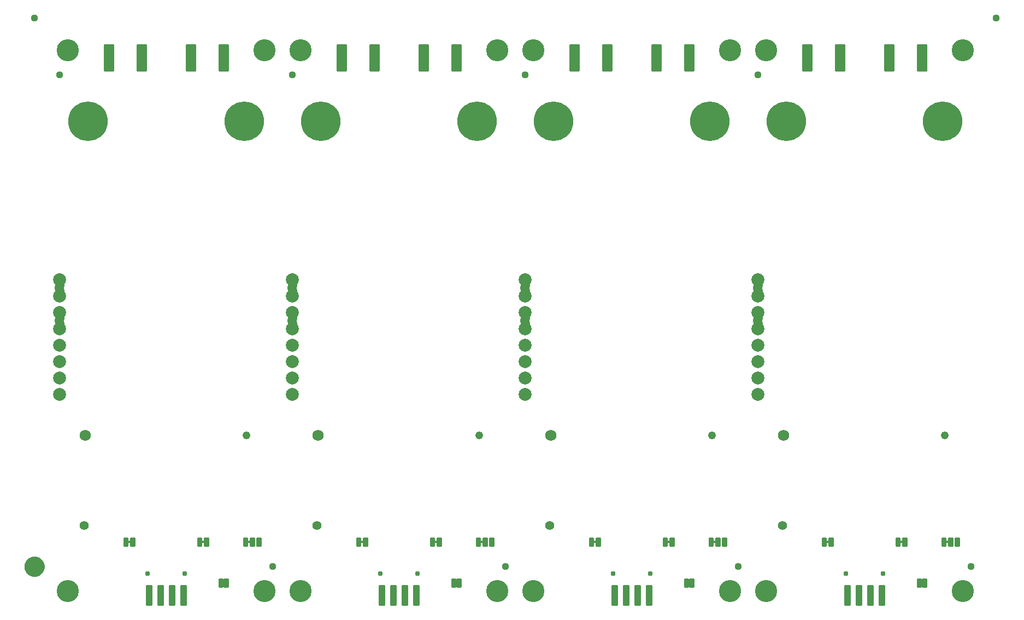
<source format=gbs>
G04 EAGLE Gerber RS-274X export*
G75*
%MOMM*%
%FSLAX34Y34*%
%LPD*%
%INSoldermask Bottom*%
%IPPOS*%
%AMOC8*
5,1,8,0,0,1.08239X$1,22.5*%
G01*
%ADD10C,1.127000*%
%ADD11C,3.429000*%
%ADD12C,0.777000*%
%ADD13C,0.228600*%
%ADD14C,2.006600*%
%ADD15C,0.227778*%
%ADD16C,6.127000*%
%ADD17C,1.397000*%
%ADD18C,0.228344*%
%ADD19C,1.227000*%
%ADD20C,1.727000*%
%ADD21C,0.225938*%
%ADD22C,1.270000*%
%ADD23C,1.627000*%

G36*
X740729Y492772D02*
X740729Y492772D01*
X740795Y492774D01*
X740838Y492792D01*
X740885Y492800D01*
X740942Y492834D01*
X741002Y492859D01*
X741037Y492890D01*
X741078Y492915D01*
X741120Y492966D01*
X741168Y493010D01*
X741190Y493052D01*
X741219Y493089D01*
X741240Y493151D01*
X741271Y493210D01*
X741279Y493264D01*
X741291Y493301D01*
X741290Y493341D01*
X741298Y493395D01*
X741298Y497205D01*
X741287Y497270D01*
X741285Y497336D01*
X741267Y497379D01*
X741259Y497426D01*
X741225Y497483D01*
X741200Y497543D01*
X741169Y497578D01*
X741144Y497619D01*
X741093Y497661D01*
X741049Y497709D01*
X741007Y497731D01*
X740970Y497760D01*
X740908Y497781D01*
X740849Y497812D01*
X740795Y497820D01*
X740758Y497832D01*
X740718Y497831D01*
X740664Y497839D01*
X727456Y497839D01*
X727391Y497828D01*
X727325Y497826D01*
X727282Y497808D01*
X727235Y497800D01*
X727178Y497766D01*
X727118Y497741D01*
X727083Y497710D01*
X727042Y497685D01*
X727001Y497634D01*
X726952Y497590D01*
X726930Y497548D01*
X726901Y497511D01*
X726880Y497449D01*
X726849Y497390D01*
X726841Y497336D01*
X726829Y497299D01*
X726829Y497295D01*
X726829Y497294D01*
X726830Y497259D01*
X726822Y497205D01*
X726822Y493395D01*
X726833Y493330D01*
X726835Y493264D01*
X726853Y493221D01*
X726861Y493174D01*
X726895Y493117D01*
X726920Y493057D01*
X726951Y493022D01*
X726976Y492981D01*
X727027Y492940D01*
X727071Y492891D01*
X727113Y492869D01*
X727150Y492840D01*
X727212Y492819D01*
X727271Y492788D01*
X727325Y492780D01*
X727362Y492768D01*
X727402Y492769D01*
X727456Y492761D01*
X740664Y492761D01*
X740729Y492772D01*
G37*
G36*
X380049Y492772D02*
X380049Y492772D01*
X380115Y492774D01*
X380158Y492792D01*
X380205Y492800D01*
X380262Y492834D01*
X380322Y492859D01*
X380357Y492890D01*
X380398Y492915D01*
X380440Y492966D01*
X380488Y493010D01*
X380510Y493052D01*
X380539Y493089D01*
X380560Y493151D01*
X380591Y493210D01*
X380599Y493264D01*
X380611Y493301D01*
X380610Y493341D01*
X380618Y493395D01*
X380618Y497205D01*
X380607Y497270D01*
X380605Y497336D01*
X380587Y497379D01*
X380579Y497426D01*
X380545Y497483D01*
X380520Y497543D01*
X380489Y497578D01*
X380464Y497619D01*
X380413Y497661D01*
X380369Y497709D01*
X380327Y497731D01*
X380290Y497760D01*
X380228Y497781D01*
X380169Y497812D01*
X380115Y497820D01*
X380078Y497832D01*
X380038Y497831D01*
X379984Y497839D01*
X366776Y497839D01*
X366711Y497828D01*
X366645Y497826D01*
X366602Y497808D01*
X366555Y497800D01*
X366498Y497766D01*
X366438Y497741D01*
X366403Y497710D01*
X366362Y497685D01*
X366321Y497634D01*
X366272Y497590D01*
X366250Y497548D01*
X366221Y497511D01*
X366200Y497449D01*
X366169Y497390D01*
X366161Y497336D01*
X366149Y497299D01*
X366149Y497295D01*
X366149Y497294D01*
X366150Y497259D01*
X366142Y497205D01*
X366142Y493395D01*
X366153Y493330D01*
X366155Y493264D01*
X366173Y493221D01*
X366181Y493174D01*
X366215Y493117D01*
X366240Y493057D01*
X366271Y493022D01*
X366296Y492981D01*
X366347Y492940D01*
X366391Y492891D01*
X366433Y492869D01*
X366470Y492840D01*
X366532Y492819D01*
X366591Y492788D01*
X366645Y492780D01*
X366682Y492768D01*
X366722Y492769D01*
X366776Y492761D01*
X379984Y492761D01*
X380049Y492772D01*
G37*
G36*
X1101409Y492772D02*
X1101409Y492772D01*
X1101475Y492774D01*
X1101518Y492792D01*
X1101565Y492800D01*
X1101622Y492834D01*
X1101682Y492859D01*
X1101717Y492890D01*
X1101758Y492915D01*
X1101800Y492966D01*
X1101848Y493010D01*
X1101870Y493052D01*
X1101899Y493089D01*
X1101920Y493151D01*
X1101951Y493210D01*
X1101959Y493264D01*
X1101971Y493301D01*
X1101970Y493341D01*
X1101978Y493395D01*
X1101978Y497205D01*
X1101967Y497270D01*
X1101965Y497336D01*
X1101947Y497379D01*
X1101939Y497426D01*
X1101905Y497483D01*
X1101880Y497543D01*
X1101849Y497578D01*
X1101824Y497619D01*
X1101773Y497661D01*
X1101729Y497709D01*
X1101687Y497731D01*
X1101650Y497760D01*
X1101588Y497781D01*
X1101529Y497812D01*
X1101475Y497820D01*
X1101438Y497832D01*
X1101398Y497831D01*
X1101344Y497839D01*
X1088136Y497839D01*
X1088071Y497828D01*
X1088005Y497826D01*
X1087962Y497808D01*
X1087915Y497800D01*
X1087858Y497766D01*
X1087798Y497741D01*
X1087763Y497710D01*
X1087722Y497685D01*
X1087681Y497634D01*
X1087632Y497590D01*
X1087610Y497548D01*
X1087581Y497511D01*
X1087560Y497449D01*
X1087529Y497390D01*
X1087521Y497336D01*
X1087509Y497299D01*
X1087509Y497295D01*
X1087509Y497294D01*
X1087510Y497259D01*
X1087502Y497205D01*
X1087502Y493395D01*
X1087513Y493330D01*
X1087515Y493264D01*
X1087533Y493221D01*
X1087541Y493174D01*
X1087575Y493117D01*
X1087600Y493057D01*
X1087631Y493022D01*
X1087656Y492981D01*
X1087707Y492940D01*
X1087751Y492891D01*
X1087793Y492869D01*
X1087830Y492840D01*
X1087892Y492819D01*
X1087951Y492788D01*
X1088005Y492780D01*
X1088042Y492768D01*
X1088082Y492769D01*
X1088136Y492761D01*
X1101344Y492761D01*
X1101409Y492772D01*
G37*
G36*
X19369Y492772D02*
X19369Y492772D01*
X19435Y492774D01*
X19478Y492792D01*
X19525Y492800D01*
X19582Y492834D01*
X19642Y492859D01*
X19677Y492890D01*
X19718Y492915D01*
X19760Y492966D01*
X19808Y493010D01*
X19830Y493052D01*
X19859Y493089D01*
X19880Y493151D01*
X19911Y493210D01*
X19919Y493264D01*
X19931Y493301D01*
X19930Y493341D01*
X19938Y493395D01*
X19938Y497205D01*
X19927Y497270D01*
X19925Y497336D01*
X19907Y497379D01*
X19899Y497426D01*
X19865Y497483D01*
X19840Y497543D01*
X19809Y497578D01*
X19784Y497619D01*
X19733Y497661D01*
X19689Y497709D01*
X19647Y497731D01*
X19610Y497760D01*
X19548Y497781D01*
X19489Y497812D01*
X19435Y497820D01*
X19398Y497832D01*
X19358Y497831D01*
X19304Y497839D01*
X6096Y497839D01*
X6031Y497828D01*
X5965Y497826D01*
X5922Y497808D01*
X5875Y497800D01*
X5818Y497766D01*
X5758Y497741D01*
X5723Y497710D01*
X5682Y497685D01*
X5641Y497634D01*
X5592Y497590D01*
X5570Y497548D01*
X5541Y497511D01*
X5520Y497449D01*
X5489Y497390D01*
X5481Y497336D01*
X5469Y497299D01*
X5469Y497295D01*
X5469Y497294D01*
X5470Y497259D01*
X5462Y497205D01*
X5462Y493395D01*
X5473Y493330D01*
X5475Y493264D01*
X5493Y493221D01*
X5501Y493174D01*
X5535Y493117D01*
X5560Y493057D01*
X5591Y493022D01*
X5616Y492981D01*
X5667Y492940D01*
X5711Y492891D01*
X5753Y492869D01*
X5790Y492840D01*
X5852Y492819D01*
X5911Y492788D01*
X5965Y492780D01*
X6002Y492768D01*
X6042Y492769D01*
X6096Y492761D01*
X19304Y492761D01*
X19369Y492772D01*
G37*
G36*
X1101409Y441972D02*
X1101409Y441972D01*
X1101475Y441974D01*
X1101518Y441992D01*
X1101565Y442000D01*
X1101622Y442034D01*
X1101682Y442059D01*
X1101717Y442090D01*
X1101758Y442115D01*
X1101800Y442166D01*
X1101848Y442210D01*
X1101870Y442252D01*
X1101899Y442289D01*
X1101920Y442351D01*
X1101951Y442410D01*
X1101959Y442464D01*
X1101971Y442501D01*
X1101970Y442541D01*
X1101978Y442595D01*
X1101978Y446405D01*
X1101967Y446470D01*
X1101965Y446536D01*
X1101947Y446579D01*
X1101939Y446626D01*
X1101905Y446683D01*
X1101880Y446743D01*
X1101849Y446778D01*
X1101824Y446819D01*
X1101773Y446861D01*
X1101729Y446909D01*
X1101687Y446931D01*
X1101650Y446960D01*
X1101588Y446981D01*
X1101529Y447012D01*
X1101475Y447020D01*
X1101438Y447032D01*
X1101398Y447031D01*
X1101344Y447039D01*
X1088136Y447039D01*
X1088071Y447028D01*
X1088005Y447026D01*
X1087962Y447008D01*
X1087915Y447000D01*
X1087858Y446966D01*
X1087798Y446941D01*
X1087763Y446910D01*
X1087722Y446885D01*
X1087681Y446834D01*
X1087632Y446790D01*
X1087610Y446748D01*
X1087581Y446711D01*
X1087560Y446649D01*
X1087529Y446590D01*
X1087521Y446536D01*
X1087509Y446499D01*
X1087509Y446495D01*
X1087509Y446494D01*
X1087510Y446459D01*
X1087502Y446405D01*
X1087502Y442595D01*
X1087513Y442530D01*
X1087515Y442464D01*
X1087533Y442421D01*
X1087541Y442374D01*
X1087575Y442317D01*
X1087600Y442257D01*
X1087631Y442222D01*
X1087656Y442181D01*
X1087707Y442140D01*
X1087751Y442091D01*
X1087793Y442069D01*
X1087830Y442040D01*
X1087892Y442019D01*
X1087951Y441988D01*
X1088005Y441980D01*
X1088042Y441968D01*
X1088082Y441969D01*
X1088136Y441961D01*
X1101344Y441961D01*
X1101409Y441972D01*
G37*
G36*
X740729Y441972D02*
X740729Y441972D01*
X740795Y441974D01*
X740838Y441992D01*
X740885Y442000D01*
X740942Y442034D01*
X741002Y442059D01*
X741037Y442090D01*
X741078Y442115D01*
X741120Y442166D01*
X741168Y442210D01*
X741190Y442252D01*
X741219Y442289D01*
X741240Y442351D01*
X741271Y442410D01*
X741279Y442464D01*
X741291Y442501D01*
X741290Y442541D01*
X741298Y442595D01*
X741298Y446405D01*
X741287Y446470D01*
X741285Y446536D01*
X741267Y446579D01*
X741259Y446626D01*
X741225Y446683D01*
X741200Y446743D01*
X741169Y446778D01*
X741144Y446819D01*
X741093Y446861D01*
X741049Y446909D01*
X741007Y446931D01*
X740970Y446960D01*
X740908Y446981D01*
X740849Y447012D01*
X740795Y447020D01*
X740758Y447032D01*
X740718Y447031D01*
X740664Y447039D01*
X727456Y447039D01*
X727391Y447028D01*
X727325Y447026D01*
X727282Y447008D01*
X727235Y447000D01*
X727178Y446966D01*
X727118Y446941D01*
X727083Y446910D01*
X727042Y446885D01*
X727001Y446834D01*
X726952Y446790D01*
X726930Y446748D01*
X726901Y446711D01*
X726880Y446649D01*
X726849Y446590D01*
X726841Y446536D01*
X726829Y446499D01*
X726829Y446495D01*
X726829Y446494D01*
X726830Y446459D01*
X726822Y446405D01*
X726822Y442595D01*
X726833Y442530D01*
X726835Y442464D01*
X726853Y442421D01*
X726861Y442374D01*
X726895Y442317D01*
X726920Y442257D01*
X726951Y442222D01*
X726976Y442181D01*
X727027Y442140D01*
X727071Y442091D01*
X727113Y442069D01*
X727150Y442040D01*
X727212Y442019D01*
X727271Y441988D01*
X727325Y441980D01*
X727362Y441968D01*
X727402Y441969D01*
X727456Y441961D01*
X740664Y441961D01*
X740729Y441972D01*
G37*
G36*
X380049Y441972D02*
X380049Y441972D01*
X380115Y441974D01*
X380158Y441992D01*
X380205Y442000D01*
X380262Y442034D01*
X380322Y442059D01*
X380357Y442090D01*
X380398Y442115D01*
X380440Y442166D01*
X380488Y442210D01*
X380510Y442252D01*
X380539Y442289D01*
X380560Y442351D01*
X380591Y442410D01*
X380599Y442464D01*
X380611Y442501D01*
X380610Y442541D01*
X380618Y442595D01*
X380618Y446405D01*
X380607Y446470D01*
X380605Y446536D01*
X380587Y446579D01*
X380579Y446626D01*
X380545Y446683D01*
X380520Y446743D01*
X380489Y446778D01*
X380464Y446819D01*
X380413Y446861D01*
X380369Y446909D01*
X380327Y446931D01*
X380290Y446960D01*
X380228Y446981D01*
X380169Y447012D01*
X380115Y447020D01*
X380078Y447032D01*
X380038Y447031D01*
X379984Y447039D01*
X366776Y447039D01*
X366711Y447028D01*
X366645Y447026D01*
X366602Y447008D01*
X366555Y447000D01*
X366498Y446966D01*
X366438Y446941D01*
X366403Y446910D01*
X366362Y446885D01*
X366321Y446834D01*
X366272Y446790D01*
X366250Y446748D01*
X366221Y446711D01*
X366200Y446649D01*
X366169Y446590D01*
X366161Y446536D01*
X366149Y446499D01*
X366149Y446495D01*
X366149Y446494D01*
X366150Y446459D01*
X366142Y446405D01*
X366142Y442595D01*
X366153Y442530D01*
X366155Y442464D01*
X366173Y442421D01*
X366181Y442374D01*
X366215Y442317D01*
X366240Y442257D01*
X366271Y442222D01*
X366296Y442181D01*
X366347Y442140D01*
X366391Y442091D01*
X366433Y442069D01*
X366470Y442040D01*
X366532Y442019D01*
X366591Y441988D01*
X366645Y441980D01*
X366682Y441968D01*
X366722Y441969D01*
X366776Y441961D01*
X379984Y441961D01*
X380049Y441972D01*
G37*
G36*
X19369Y441972D02*
X19369Y441972D01*
X19435Y441974D01*
X19478Y441992D01*
X19525Y442000D01*
X19582Y442034D01*
X19642Y442059D01*
X19677Y442090D01*
X19718Y442115D01*
X19760Y442166D01*
X19808Y442210D01*
X19830Y442252D01*
X19859Y442289D01*
X19880Y442351D01*
X19911Y442410D01*
X19919Y442464D01*
X19931Y442501D01*
X19930Y442541D01*
X19938Y442595D01*
X19938Y446405D01*
X19927Y446470D01*
X19925Y446536D01*
X19907Y446579D01*
X19899Y446626D01*
X19865Y446683D01*
X19840Y446743D01*
X19809Y446778D01*
X19784Y446819D01*
X19733Y446861D01*
X19689Y446909D01*
X19647Y446931D01*
X19610Y446960D01*
X19548Y446981D01*
X19489Y447012D01*
X19435Y447020D01*
X19398Y447032D01*
X19358Y447031D01*
X19304Y447039D01*
X6096Y447039D01*
X6031Y447028D01*
X5965Y447026D01*
X5922Y447008D01*
X5875Y447000D01*
X5818Y446966D01*
X5758Y446941D01*
X5723Y446910D01*
X5682Y446885D01*
X5641Y446834D01*
X5592Y446790D01*
X5570Y446748D01*
X5541Y446711D01*
X5520Y446649D01*
X5489Y446590D01*
X5481Y446536D01*
X5469Y446499D01*
X5469Y446495D01*
X5469Y446494D01*
X5470Y446459D01*
X5462Y446405D01*
X5462Y442595D01*
X5473Y442530D01*
X5475Y442464D01*
X5493Y442421D01*
X5501Y442374D01*
X5535Y442317D01*
X5560Y442257D01*
X5591Y442222D01*
X5616Y442181D01*
X5667Y442140D01*
X5711Y442091D01*
X5753Y442069D01*
X5790Y442040D01*
X5852Y442019D01*
X5911Y441988D01*
X5965Y441980D01*
X6002Y441968D01*
X6042Y441969D01*
X6096Y441961D01*
X19304Y441961D01*
X19369Y441972D01*
G37*
G36*
X483300Y99707D02*
X483300Y99707D01*
X483366Y99709D01*
X483409Y99727D01*
X483456Y99735D01*
X483513Y99769D01*
X483573Y99794D01*
X483608Y99825D01*
X483649Y99850D01*
X483691Y99901D01*
X483739Y99945D01*
X483761Y99987D01*
X483790Y100024D01*
X483811Y100086D01*
X483842Y100145D01*
X483850Y100199D01*
X483862Y100236D01*
X483861Y100276D01*
X483869Y100330D01*
X483869Y102870D01*
X483858Y102935D01*
X483856Y103001D01*
X483838Y103044D01*
X483830Y103091D01*
X483796Y103148D01*
X483771Y103208D01*
X483740Y103243D01*
X483715Y103284D01*
X483664Y103326D01*
X483620Y103374D01*
X483578Y103396D01*
X483541Y103425D01*
X483479Y103446D01*
X483420Y103477D01*
X483366Y103485D01*
X483329Y103497D01*
X483289Y103496D01*
X483235Y103504D01*
X479425Y103504D01*
X479360Y103493D01*
X479294Y103491D01*
X479251Y103473D01*
X479204Y103465D01*
X479147Y103431D01*
X479087Y103406D01*
X479052Y103375D01*
X479011Y103350D01*
X478970Y103299D01*
X478921Y103255D01*
X478899Y103213D01*
X478870Y103176D01*
X478849Y103114D01*
X478818Y103055D01*
X478810Y103001D01*
X478798Y102964D01*
X478798Y102961D01*
X478799Y102924D01*
X478791Y102870D01*
X478791Y100330D01*
X478802Y100265D01*
X478804Y100199D01*
X478822Y100156D01*
X478830Y100109D01*
X478864Y100052D01*
X478889Y99992D01*
X478920Y99957D01*
X478945Y99916D01*
X478996Y99875D01*
X479040Y99826D01*
X479082Y99804D01*
X479119Y99775D01*
X479181Y99754D01*
X479240Y99723D01*
X479294Y99715D01*
X479331Y99703D01*
X479371Y99704D01*
X479425Y99696D01*
X483235Y99696D01*
X483300Y99707D01*
G37*
G36*
X1029400Y99707D02*
X1029400Y99707D01*
X1029466Y99709D01*
X1029509Y99727D01*
X1029556Y99735D01*
X1029613Y99769D01*
X1029673Y99794D01*
X1029708Y99825D01*
X1029749Y99850D01*
X1029791Y99901D01*
X1029839Y99945D01*
X1029861Y99987D01*
X1029890Y100024D01*
X1029911Y100086D01*
X1029942Y100145D01*
X1029950Y100199D01*
X1029962Y100236D01*
X1029961Y100276D01*
X1029969Y100330D01*
X1029969Y102870D01*
X1029958Y102935D01*
X1029956Y103001D01*
X1029938Y103044D01*
X1029930Y103091D01*
X1029896Y103148D01*
X1029871Y103208D01*
X1029840Y103243D01*
X1029815Y103284D01*
X1029764Y103326D01*
X1029720Y103374D01*
X1029678Y103396D01*
X1029641Y103425D01*
X1029579Y103446D01*
X1029520Y103477D01*
X1029466Y103485D01*
X1029429Y103497D01*
X1029389Y103496D01*
X1029335Y103504D01*
X1025525Y103504D01*
X1025460Y103493D01*
X1025394Y103491D01*
X1025351Y103473D01*
X1025304Y103465D01*
X1025247Y103431D01*
X1025187Y103406D01*
X1025152Y103375D01*
X1025111Y103350D01*
X1025070Y103299D01*
X1025021Y103255D01*
X1024999Y103213D01*
X1024970Y103176D01*
X1024949Y103114D01*
X1024918Y103055D01*
X1024910Y103001D01*
X1024898Y102964D01*
X1024898Y102961D01*
X1024899Y102924D01*
X1024891Y102870D01*
X1024891Y100330D01*
X1024902Y100265D01*
X1024904Y100199D01*
X1024922Y100156D01*
X1024930Y100109D01*
X1024964Y100052D01*
X1024989Y99992D01*
X1025020Y99957D01*
X1025045Y99916D01*
X1025096Y99875D01*
X1025140Y99826D01*
X1025182Y99804D01*
X1025219Y99775D01*
X1025281Y99754D01*
X1025340Y99723D01*
X1025394Y99715D01*
X1025431Y99703D01*
X1025471Y99704D01*
X1025525Y99696D01*
X1029335Y99696D01*
X1029400Y99707D01*
G37*
G36*
X122620Y99707D02*
X122620Y99707D01*
X122686Y99709D01*
X122729Y99727D01*
X122776Y99735D01*
X122833Y99769D01*
X122893Y99794D01*
X122928Y99825D01*
X122969Y99850D01*
X123011Y99901D01*
X123059Y99945D01*
X123081Y99987D01*
X123110Y100024D01*
X123131Y100086D01*
X123162Y100145D01*
X123170Y100199D01*
X123182Y100236D01*
X123181Y100276D01*
X123189Y100330D01*
X123189Y102870D01*
X123178Y102935D01*
X123176Y103001D01*
X123158Y103044D01*
X123150Y103091D01*
X123116Y103148D01*
X123091Y103208D01*
X123060Y103243D01*
X123035Y103284D01*
X122984Y103326D01*
X122940Y103374D01*
X122898Y103396D01*
X122861Y103425D01*
X122799Y103446D01*
X122740Y103477D01*
X122686Y103485D01*
X122649Y103497D01*
X122609Y103496D01*
X122555Y103504D01*
X118745Y103504D01*
X118680Y103493D01*
X118614Y103491D01*
X118571Y103473D01*
X118524Y103465D01*
X118467Y103431D01*
X118407Y103406D01*
X118372Y103375D01*
X118331Y103350D01*
X118290Y103299D01*
X118241Y103255D01*
X118219Y103213D01*
X118190Y103176D01*
X118169Y103114D01*
X118138Y103055D01*
X118130Y103001D01*
X118118Y102964D01*
X118118Y102961D01*
X118119Y102924D01*
X118111Y102870D01*
X118111Y100330D01*
X118122Y100265D01*
X118124Y100199D01*
X118142Y100156D01*
X118150Y100109D01*
X118184Y100052D01*
X118209Y99992D01*
X118240Y99957D01*
X118265Y99916D01*
X118316Y99875D01*
X118360Y99826D01*
X118402Y99804D01*
X118439Y99775D01*
X118501Y99754D01*
X118560Y99723D01*
X118614Y99715D01*
X118651Y99703D01*
X118691Y99704D01*
X118745Y99696D01*
X122555Y99696D01*
X122620Y99707D01*
G37*
G36*
X597600Y99707D02*
X597600Y99707D01*
X597666Y99709D01*
X597709Y99727D01*
X597756Y99735D01*
X597813Y99769D01*
X597873Y99794D01*
X597908Y99825D01*
X597949Y99850D01*
X597991Y99901D01*
X598039Y99945D01*
X598061Y99987D01*
X598090Y100024D01*
X598111Y100086D01*
X598142Y100145D01*
X598150Y100199D01*
X598162Y100236D01*
X598161Y100276D01*
X598169Y100330D01*
X598169Y102870D01*
X598158Y102935D01*
X598156Y103001D01*
X598138Y103044D01*
X598130Y103091D01*
X598096Y103148D01*
X598071Y103208D01*
X598040Y103243D01*
X598015Y103284D01*
X597964Y103326D01*
X597920Y103374D01*
X597878Y103396D01*
X597841Y103425D01*
X597779Y103446D01*
X597720Y103477D01*
X597666Y103485D01*
X597629Y103497D01*
X597589Y103496D01*
X597535Y103504D01*
X593725Y103504D01*
X593660Y103493D01*
X593594Y103491D01*
X593551Y103473D01*
X593504Y103465D01*
X593447Y103431D01*
X593387Y103406D01*
X593352Y103375D01*
X593311Y103350D01*
X593270Y103299D01*
X593221Y103255D01*
X593199Y103213D01*
X593170Y103176D01*
X593149Y103114D01*
X593118Y103055D01*
X593110Y103001D01*
X593098Y102964D01*
X593098Y102961D01*
X593099Y102924D01*
X593091Y102870D01*
X593091Y100330D01*
X593102Y100265D01*
X593104Y100199D01*
X593122Y100156D01*
X593130Y100109D01*
X593164Y100052D01*
X593189Y99992D01*
X593220Y99957D01*
X593245Y99916D01*
X593296Y99875D01*
X593340Y99826D01*
X593382Y99804D01*
X593419Y99775D01*
X593481Y99754D01*
X593540Y99723D01*
X593594Y99715D01*
X593631Y99703D01*
X593671Y99704D01*
X593725Y99696D01*
X597535Y99696D01*
X597600Y99707D01*
G37*
G36*
X958280Y99707D02*
X958280Y99707D01*
X958346Y99709D01*
X958389Y99727D01*
X958436Y99735D01*
X958493Y99769D01*
X958553Y99794D01*
X958588Y99825D01*
X958629Y99850D01*
X958671Y99901D01*
X958719Y99945D01*
X958741Y99987D01*
X958770Y100024D01*
X958791Y100086D01*
X958822Y100145D01*
X958830Y100199D01*
X958842Y100236D01*
X958841Y100276D01*
X958849Y100330D01*
X958849Y102870D01*
X958838Y102935D01*
X958836Y103001D01*
X958818Y103044D01*
X958810Y103091D01*
X958776Y103148D01*
X958751Y103208D01*
X958720Y103243D01*
X958695Y103284D01*
X958644Y103326D01*
X958600Y103374D01*
X958558Y103396D01*
X958521Y103425D01*
X958459Y103446D01*
X958400Y103477D01*
X958346Y103485D01*
X958309Y103497D01*
X958269Y103496D01*
X958215Y103504D01*
X954405Y103504D01*
X954340Y103493D01*
X954274Y103491D01*
X954231Y103473D01*
X954184Y103465D01*
X954127Y103431D01*
X954067Y103406D01*
X954032Y103375D01*
X953991Y103350D01*
X953950Y103299D01*
X953901Y103255D01*
X953879Y103213D01*
X953850Y103176D01*
X953829Y103114D01*
X953798Y103055D01*
X953790Y103001D01*
X953778Y102964D01*
X953778Y102961D01*
X953779Y102924D01*
X953771Y102870D01*
X953771Y100330D01*
X953782Y100265D01*
X953784Y100199D01*
X953802Y100156D01*
X953810Y100109D01*
X953844Y100052D01*
X953869Y99992D01*
X953900Y99957D01*
X953925Y99916D01*
X953976Y99875D01*
X954020Y99826D01*
X954062Y99804D01*
X954099Y99775D01*
X954161Y99754D01*
X954220Y99723D01*
X954274Y99715D01*
X954311Y99703D01*
X954351Y99704D01*
X954405Y99696D01*
X958215Y99696D01*
X958280Y99707D01*
G37*
G36*
X668720Y99707D02*
X668720Y99707D01*
X668786Y99709D01*
X668829Y99727D01*
X668876Y99735D01*
X668933Y99769D01*
X668993Y99794D01*
X669028Y99825D01*
X669069Y99850D01*
X669111Y99901D01*
X669159Y99945D01*
X669181Y99987D01*
X669210Y100024D01*
X669231Y100086D01*
X669262Y100145D01*
X669270Y100199D01*
X669282Y100236D01*
X669281Y100276D01*
X669289Y100330D01*
X669289Y102870D01*
X669278Y102935D01*
X669276Y103001D01*
X669258Y103044D01*
X669250Y103091D01*
X669216Y103148D01*
X669191Y103208D01*
X669160Y103243D01*
X669135Y103284D01*
X669084Y103326D01*
X669040Y103374D01*
X668998Y103396D01*
X668961Y103425D01*
X668899Y103446D01*
X668840Y103477D01*
X668786Y103485D01*
X668749Y103497D01*
X668709Y103496D01*
X668655Y103504D01*
X664845Y103504D01*
X664780Y103493D01*
X664714Y103491D01*
X664671Y103473D01*
X664624Y103465D01*
X664567Y103431D01*
X664507Y103406D01*
X664472Y103375D01*
X664431Y103350D01*
X664390Y103299D01*
X664341Y103255D01*
X664319Y103213D01*
X664290Y103176D01*
X664269Y103114D01*
X664238Y103055D01*
X664230Y103001D01*
X664218Y102964D01*
X664218Y102961D01*
X664219Y102924D01*
X664211Y102870D01*
X664211Y100330D01*
X664222Y100265D01*
X664224Y100199D01*
X664242Y100156D01*
X664250Y100109D01*
X664284Y100052D01*
X664309Y99992D01*
X664340Y99957D01*
X664365Y99916D01*
X664416Y99875D01*
X664460Y99826D01*
X664502Y99804D01*
X664539Y99775D01*
X664601Y99754D01*
X664660Y99723D01*
X664714Y99715D01*
X664751Y99703D01*
X664791Y99704D01*
X664845Y99696D01*
X668655Y99696D01*
X668720Y99707D01*
G37*
G36*
X308040Y99707D02*
X308040Y99707D01*
X308106Y99709D01*
X308149Y99727D01*
X308196Y99735D01*
X308253Y99769D01*
X308313Y99794D01*
X308348Y99825D01*
X308389Y99850D01*
X308431Y99901D01*
X308479Y99945D01*
X308501Y99987D01*
X308530Y100024D01*
X308551Y100086D01*
X308582Y100145D01*
X308590Y100199D01*
X308602Y100236D01*
X308601Y100276D01*
X308609Y100330D01*
X308609Y102870D01*
X308598Y102935D01*
X308596Y103001D01*
X308578Y103044D01*
X308570Y103091D01*
X308536Y103148D01*
X308511Y103208D01*
X308480Y103243D01*
X308455Y103284D01*
X308404Y103326D01*
X308360Y103374D01*
X308318Y103396D01*
X308281Y103425D01*
X308219Y103446D01*
X308160Y103477D01*
X308106Y103485D01*
X308069Y103497D01*
X308029Y103496D01*
X307975Y103504D01*
X304165Y103504D01*
X304100Y103493D01*
X304034Y103491D01*
X303991Y103473D01*
X303944Y103465D01*
X303887Y103431D01*
X303827Y103406D01*
X303792Y103375D01*
X303751Y103350D01*
X303710Y103299D01*
X303661Y103255D01*
X303639Y103213D01*
X303610Y103176D01*
X303589Y103114D01*
X303558Y103055D01*
X303550Y103001D01*
X303538Y102964D01*
X303538Y102961D01*
X303539Y102924D01*
X303531Y102870D01*
X303531Y100330D01*
X303542Y100265D01*
X303544Y100199D01*
X303562Y100156D01*
X303570Y100109D01*
X303604Y100052D01*
X303629Y99992D01*
X303660Y99957D01*
X303685Y99916D01*
X303736Y99875D01*
X303780Y99826D01*
X303822Y99804D01*
X303859Y99775D01*
X303921Y99754D01*
X303980Y99723D01*
X304034Y99715D01*
X304071Y99703D01*
X304111Y99704D01*
X304165Y99696D01*
X307975Y99696D01*
X308040Y99707D01*
G37*
G36*
X1390080Y99707D02*
X1390080Y99707D01*
X1390146Y99709D01*
X1390189Y99727D01*
X1390236Y99735D01*
X1390293Y99769D01*
X1390353Y99794D01*
X1390388Y99825D01*
X1390429Y99850D01*
X1390471Y99901D01*
X1390519Y99945D01*
X1390541Y99987D01*
X1390570Y100024D01*
X1390591Y100086D01*
X1390622Y100145D01*
X1390630Y100199D01*
X1390642Y100236D01*
X1390641Y100276D01*
X1390649Y100330D01*
X1390649Y102870D01*
X1390638Y102935D01*
X1390636Y103001D01*
X1390618Y103044D01*
X1390610Y103091D01*
X1390576Y103148D01*
X1390551Y103208D01*
X1390520Y103243D01*
X1390495Y103284D01*
X1390444Y103326D01*
X1390400Y103374D01*
X1390358Y103396D01*
X1390321Y103425D01*
X1390259Y103446D01*
X1390200Y103477D01*
X1390146Y103485D01*
X1390109Y103497D01*
X1390069Y103496D01*
X1390015Y103504D01*
X1386205Y103504D01*
X1386140Y103493D01*
X1386074Y103491D01*
X1386031Y103473D01*
X1385984Y103465D01*
X1385927Y103431D01*
X1385867Y103406D01*
X1385832Y103375D01*
X1385791Y103350D01*
X1385750Y103299D01*
X1385701Y103255D01*
X1385679Y103213D01*
X1385650Y103176D01*
X1385629Y103114D01*
X1385598Y103055D01*
X1385590Y103001D01*
X1385578Y102964D01*
X1385578Y102961D01*
X1385579Y102924D01*
X1385571Y102870D01*
X1385571Y100330D01*
X1385582Y100265D01*
X1385584Y100199D01*
X1385602Y100156D01*
X1385610Y100109D01*
X1385644Y100052D01*
X1385669Y99992D01*
X1385700Y99957D01*
X1385725Y99916D01*
X1385776Y99875D01*
X1385820Y99826D01*
X1385862Y99804D01*
X1385899Y99775D01*
X1385961Y99754D01*
X1386020Y99723D01*
X1386074Y99715D01*
X1386111Y99703D01*
X1386151Y99704D01*
X1386205Y99696D01*
X1390015Y99696D01*
X1390080Y99707D01*
G37*
G36*
X236920Y99707D02*
X236920Y99707D01*
X236986Y99709D01*
X237029Y99727D01*
X237076Y99735D01*
X237133Y99769D01*
X237193Y99794D01*
X237228Y99825D01*
X237269Y99850D01*
X237311Y99901D01*
X237359Y99945D01*
X237381Y99987D01*
X237410Y100024D01*
X237431Y100086D01*
X237462Y100145D01*
X237470Y100199D01*
X237482Y100236D01*
X237481Y100276D01*
X237489Y100330D01*
X237489Y102870D01*
X237478Y102935D01*
X237476Y103001D01*
X237458Y103044D01*
X237450Y103091D01*
X237416Y103148D01*
X237391Y103208D01*
X237360Y103243D01*
X237335Y103284D01*
X237284Y103326D01*
X237240Y103374D01*
X237198Y103396D01*
X237161Y103425D01*
X237099Y103446D01*
X237040Y103477D01*
X236986Y103485D01*
X236949Y103497D01*
X236909Y103496D01*
X236855Y103504D01*
X233045Y103504D01*
X232980Y103493D01*
X232914Y103491D01*
X232871Y103473D01*
X232824Y103465D01*
X232767Y103431D01*
X232707Y103406D01*
X232672Y103375D01*
X232631Y103350D01*
X232590Y103299D01*
X232541Y103255D01*
X232519Y103213D01*
X232490Y103176D01*
X232469Y103114D01*
X232438Y103055D01*
X232430Y103001D01*
X232418Y102964D01*
X232418Y102961D01*
X232419Y102924D01*
X232411Y102870D01*
X232411Y100330D01*
X232422Y100265D01*
X232424Y100199D01*
X232442Y100156D01*
X232450Y100109D01*
X232484Y100052D01*
X232509Y99992D01*
X232540Y99957D01*
X232565Y99916D01*
X232616Y99875D01*
X232660Y99826D01*
X232702Y99804D01*
X232739Y99775D01*
X232801Y99754D01*
X232860Y99723D01*
X232914Y99715D01*
X232951Y99703D01*
X232991Y99704D01*
X233045Y99696D01*
X236855Y99696D01*
X236920Y99707D01*
G37*
G36*
X1204660Y99707D02*
X1204660Y99707D01*
X1204726Y99709D01*
X1204769Y99727D01*
X1204816Y99735D01*
X1204873Y99769D01*
X1204933Y99794D01*
X1204968Y99825D01*
X1205009Y99850D01*
X1205051Y99901D01*
X1205099Y99945D01*
X1205121Y99987D01*
X1205150Y100024D01*
X1205171Y100086D01*
X1205202Y100145D01*
X1205210Y100199D01*
X1205222Y100236D01*
X1205221Y100276D01*
X1205229Y100330D01*
X1205229Y102870D01*
X1205218Y102935D01*
X1205216Y103001D01*
X1205198Y103044D01*
X1205190Y103091D01*
X1205156Y103148D01*
X1205131Y103208D01*
X1205100Y103243D01*
X1205075Y103284D01*
X1205024Y103326D01*
X1204980Y103374D01*
X1204938Y103396D01*
X1204901Y103425D01*
X1204839Y103446D01*
X1204780Y103477D01*
X1204726Y103485D01*
X1204689Y103497D01*
X1204649Y103496D01*
X1204595Y103504D01*
X1200785Y103504D01*
X1200720Y103493D01*
X1200654Y103491D01*
X1200611Y103473D01*
X1200564Y103465D01*
X1200507Y103431D01*
X1200447Y103406D01*
X1200412Y103375D01*
X1200371Y103350D01*
X1200330Y103299D01*
X1200281Y103255D01*
X1200259Y103213D01*
X1200230Y103176D01*
X1200209Y103114D01*
X1200178Y103055D01*
X1200170Y103001D01*
X1200158Y102964D01*
X1200158Y102961D01*
X1200159Y102924D01*
X1200151Y102870D01*
X1200151Y100330D01*
X1200162Y100265D01*
X1200164Y100199D01*
X1200182Y100156D01*
X1200190Y100109D01*
X1200224Y100052D01*
X1200249Y99992D01*
X1200280Y99957D01*
X1200305Y99916D01*
X1200356Y99875D01*
X1200400Y99826D01*
X1200442Y99804D01*
X1200479Y99775D01*
X1200541Y99754D01*
X1200600Y99723D01*
X1200654Y99715D01*
X1200691Y99703D01*
X1200731Y99704D01*
X1200785Y99696D01*
X1204595Y99696D01*
X1204660Y99707D01*
G37*
G36*
X843980Y99707D02*
X843980Y99707D01*
X844046Y99709D01*
X844089Y99727D01*
X844136Y99735D01*
X844193Y99769D01*
X844253Y99794D01*
X844288Y99825D01*
X844329Y99850D01*
X844371Y99901D01*
X844419Y99945D01*
X844441Y99987D01*
X844470Y100024D01*
X844491Y100086D01*
X844522Y100145D01*
X844530Y100199D01*
X844542Y100236D01*
X844541Y100276D01*
X844549Y100330D01*
X844549Y102870D01*
X844538Y102935D01*
X844536Y103001D01*
X844518Y103044D01*
X844510Y103091D01*
X844476Y103148D01*
X844451Y103208D01*
X844420Y103243D01*
X844395Y103284D01*
X844344Y103326D01*
X844300Y103374D01*
X844258Y103396D01*
X844221Y103425D01*
X844159Y103446D01*
X844100Y103477D01*
X844046Y103485D01*
X844009Y103497D01*
X843969Y103496D01*
X843915Y103504D01*
X840105Y103504D01*
X840040Y103493D01*
X839974Y103491D01*
X839931Y103473D01*
X839884Y103465D01*
X839827Y103431D01*
X839767Y103406D01*
X839732Y103375D01*
X839691Y103350D01*
X839650Y103299D01*
X839601Y103255D01*
X839579Y103213D01*
X839550Y103176D01*
X839529Y103114D01*
X839498Y103055D01*
X839490Y103001D01*
X839478Y102964D01*
X839478Y102961D01*
X839479Y102924D01*
X839471Y102870D01*
X839471Y100330D01*
X839482Y100265D01*
X839484Y100199D01*
X839502Y100156D01*
X839510Y100109D01*
X839544Y100052D01*
X839569Y99992D01*
X839600Y99957D01*
X839625Y99916D01*
X839676Y99875D01*
X839720Y99826D01*
X839762Y99804D01*
X839799Y99775D01*
X839861Y99754D01*
X839920Y99723D01*
X839974Y99715D01*
X840011Y99703D01*
X840051Y99704D01*
X840105Y99696D01*
X843915Y99696D01*
X843980Y99707D01*
G37*
G36*
X1318960Y99707D02*
X1318960Y99707D01*
X1319026Y99709D01*
X1319069Y99727D01*
X1319116Y99735D01*
X1319173Y99769D01*
X1319233Y99794D01*
X1319268Y99825D01*
X1319309Y99850D01*
X1319351Y99901D01*
X1319399Y99945D01*
X1319421Y99987D01*
X1319450Y100024D01*
X1319471Y100086D01*
X1319502Y100145D01*
X1319510Y100199D01*
X1319522Y100236D01*
X1319521Y100276D01*
X1319529Y100330D01*
X1319529Y102870D01*
X1319518Y102935D01*
X1319516Y103001D01*
X1319498Y103044D01*
X1319490Y103091D01*
X1319456Y103148D01*
X1319431Y103208D01*
X1319400Y103243D01*
X1319375Y103284D01*
X1319324Y103326D01*
X1319280Y103374D01*
X1319238Y103396D01*
X1319201Y103425D01*
X1319139Y103446D01*
X1319080Y103477D01*
X1319026Y103485D01*
X1318989Y103497D01*
X1318949Y103496D01*
X1318895Y103504D01*
X1315085Y103504D01*
X1315020Y103493D01*
X1314954Y103491D01*
X1314911Y103473D01*
X1314864Y103465D01*
X1314807Y103431D01*
X1314747Y103406D01*
X1314712Y103375D01*
X1314671Y103350D01*
X1314630Y103299D01*
X1314581Y103255D01*
X1314559Y103213D01*
X1314530Y103176D01*
X1314509Y103114D01*
X1314478Y103055D01*
X1314470Y103001D01*
X1314458Y102964D01*
X1314458Y102961D01*
X1314459Y102924D01*
X1314451Y102870D01*
X1314451Y100330D01*
X1314462Y100265D01*
X1314464Y100199D01*
X1314482Y100156D01*
X1314490Y100109D01*
X1314524Y100052D01*
X1314549Y99992D01*
X1314580Y99957D01*
X1314605Y99916D01*
X1314656Y99875D01*
X1314700Y99826D01*
X1314742Y99804D01*
X1314779Y99775D01*
X1314841Y99754D01*
X1314900Y99723D01*
X1314954Y99715D01*
X1314991Y99703D01*
X1315031Y99704D01*
X1315085Y99696D01*
X1318895Y99696D01*
X1318960Y99707D01*
G37*
D10*
X342900Y63500D03*
X12700Y825500D03*
D11*
X330200Y863600D03*
X25400Y863600D03*
X330200Y25400D03*
X25400Y25400D03*
D12*
X148900Y52860D03*
X206700Y52860D03*
D13*
X268097Y43942D02*
X273431Y43942D01*
X273431Y32258D01*
X268097Y32258D01*
X268097Y43942D01*
X268097Y34430D02*
X273431Y34430D01*
X273431Y36602D02*
X268097Y36602D01*
X268097Y38774D02*
X273431Y38774D01*
X273431Y40946D02*
X268097Y40946D01*
X268097Y43118D02*
X273431Y43118D01*
X265303Y43942D02*
X259969Y43942D01*
X265303Y43942D02*
X265303Y32258D01*
X259969Y32258D01*
X259969Y43942D01*
X259969Y34430D02*
X265303Y34430D01*
X265303Y36602D02*
X259969Y36602D01*
X259969Y38774D02*
X265303Y38774D01*
X265303Y40946D02*
X259969Y40946D01*
X259969Y43118D02*
X265303Y43118D01*
X6858Y446913D02*
X6858Y452247D01*
X18542Y452247D01*
X18542Y446913D01*
X6858Y446913D01*
X6858Y449085D02*
X18542Y449085D01*
X18542Y451257D02*
X6858Y451257D01*
X6858Y442087D02*
X6858Y436753D01*
X6858Y442087D02*
X18542Y442087D01*
X18542Y436753D01*
X6858Y436753D01*
X6858Y438925D02*
X18542Y438925D01*
X18542Y441097D02*
X6858Y441097D01*
D14*
X12700Y457200D03*
X12700Y431800D03*
D13*
X18542Y487553D02*
X18542Y492887D01*
X18542Y487553D02*
X6858Y487553D01*
X6858Y492887D01*
X18542Y492887D01*
X18542Y489725D02*
X6858Y489725D01*
X6858Y491897D02*
X18542Y491897D01*
X18542Y497713D02*
X18542Y503047D01*
X18542Y497713D02*
X6858Y497713D01*
X6858Y503047D01*
X18542Y503047D01*
X18542Y499885D02*
X6858Y499885D01*
X6858Y502057D02*
X18542Y502057D01*
D14*
X12700Y482600D03*
X12700Y508000D03*
D15*
X81904Y832674D02*
X95896Y832674D01*
X81904Y832674D02*
X81904Y871666D01*
X95896Y871666D01*
X95896Y832674D01*
X95896Y834838D02*
X81904Y834838D01*
X81904Y837002D02*
X95896Y837002D01*
X95896Y839166D02*
X81904Y839166D01*
X81904Y841330D02*
X95896Y841330D01*
X95896Y843494D02*
X81904Y843494D01*
X81904Y845658D02*
X95896Y845658D01*
X95896Y847822D02*
X81904Y847822D01*
X81904Y849986D02*
X95896Y849986D01*
X95896Y852150D02*
X81904Y852150D01*
X81904Y854314D02*
X95896Y854314D01*
X95896Y856478D02*
X81904Y856478D01*
X81904Y858642D02*
X95896Y858642D01*
X95896Y860806D02*
X81904Y860806D01*
X81904Y862970D02*
X95896Y862970D01*
X95896Y865134D02*
X81904Y865134D01*
X81904Y867298D02*
X95896Y867298D01*
X95896Y869462D02*
X81904Y869462D01*
X81904Y871626D02*
X95896Y871626D01*
X132704Y832674D02*
X146696Y832674D01*
X132704Y832674D02*
X132704Y871666D01*
X146696Y871666D01*
X146696Y832674D01*
X146696Y834838D02*
X132704Y834838D01*
X132704Y837002D02*
X146696Y837002D01*
X146696Y839166D02*
X132704Y839166D01*
X132704Y841330D02*
X146696Y841330D01*
X146696Y843494D02*
X132704Y843494D01*
X132704Y845658D02*
X146696Y845658D01*
X146696Y847822D02*
X132704Y847822D01*
X132704Y849986D02*
X146696Y849986D01*
X146696Y852150D02*
X132704Y852150D01*
X132704Y854314D02*
X146696Y854314D01*
X146696Y856478D02*
X132704Y856478D01*
X132704Y858642D02*
X146696Y858642D01*
X146696Y860806D02*
X132704Y860806D01*
X132704Y862970D02*
X146696Y862970D01*
X146696Y865134D02*
X132704Y865134D01*
X132704Y867298D02*
X146696Y867298D01*
X146696Y869462D02*
X132704Y869462D01*
X132704Y871626D02*
X146696Y871626D01*
X208904Y832674D02*
X222896Y832674D01*
X208904Y832674D02*
X208904Y871666D01*
X222896Y871666D01*
X222896Y832674D01*
X222896Y834838D02*
X208904Y834838D01*
X208904Y837002D02*
X222896Y837002D01*
X222896Y839166D02*
X208904Y839166D01*
X208904Y841330D02*
X222896Y841330D01*
X222896Y843494D02*
X208904Y843494D01*
X208904Y845658D02*
X222896Y845658D01*
X222896Y847822D02*
X208904Y847822D01*
X208904Y849986D02*
X222896Y849986D01*
X222896Y852150D02*
X208904Y852150D01*
X208904Y854314D02*
X222896Y854314D01*
X222896Y856478D02*
X208904Y856478D01*
X208904Y858642D02*
X222896Y858642D01*
X222896Y860806D02*
X208904Y860806D01*
X208904Y862970D02*
X222896Y862970D01*
X222896Y865134D02*
X208904Y865134D01*
X208904Y867298D02*
X222896Y867298D01*
X222896Y869462D02*
X208904Y869462D01*
X208904Y871626D02*
X222896Y871626D01*
X259704Y832674D02*
X273696Y832674D01*
X259704Y832674D02*
X259704Y871666D01*
X273696Y871666D01*
X273696Y832674D01*
X273696Y834838D02*
X259704Y834838D01*
X259704Y837002D02*
X273696Y837002D01*
X273696Y839166D02*
X259704Y839166D01*
X259704Y841330D02*
X273696Y841330D01*
X273696Y843494D02*
X259704Y843494D01*
X259704Y845658D02*
X273696Y845658D01*
X273696Y847822D02*
X259704Y847822D01*
X259704Y849986D02*
X273696Y849986D01*
X273696Y852150D02*
X259704Y852150D01*
X259704Y854314D02*
X273696Y854314D01*
X273696Y856478D02*
X259704Y856478D01*
X259704Y858642D02*
X273696Y858642D01*
X273696Y860806D02*
X259704Y860806D01*
X259704Y862970D02*
X273696Y862970D01*
X273696Y865134D02*
X259704Y865134D01*
X259704Y867298D02*
X273696Y867298D01*
X273696Y869462D02*
X259704Y869462D01*
X259704Y871626D02*
X273696Y871626D01*
D14*
X12700Y330200D03*
X12700Y355600D03*
X12700Y381000D03*
X12700Y406400D03*
D16*
X56794Y753192D03*
X298806Y753192D03*
D17*
X50800Y127000D03*
D18*
X112647Y95756D02*
X118239Y95756D01*
X112647Y95756D02*
X112647Y107444D01*
X118239Y107444D01*
X118239Y95756D01*
X118239Y97925D02*
X112647Y97925D01*
X112647Y100094D02*
X118239Y100094D01*
X118239Y102263D02*
X112647Y102263D01*
X112647Y104432D02*
X118239Y104432D01*
X118239Y106601D02*
X112647Y106601D01*
X123061Y95756D02*
X128653Y95756D01*
X123061Y95756D02*
X123061Y107444D01*
X128653Y107444D01*
X128653Y95756D01*
X128653Y97925D02*
X123061Y97925D01*
X123061Y100094D02*
X128653Y100094D01*
X128653Y102263D02*
X123061Y102263D01*
X123061Y104432D02*
X128653Y104432D01*
X128653Y106601D02*
X123061Y106601D01*
X226947Y95756D02*
X232539Y95756D01*
X226947Y95756D02*
X226947Y107444D01*
X232539Y107444D01*
X232539Y95756D01*
X232539Y97925D02*
X226947Y97925D01*
X226947Y100094D02*
X232539Y100094D01*
X232539Y102263D02*
X226947Y102263D01*
X226947Y104432D02*
X232539Y104432D01*
X232539Y106601D02*
X226947Y106601D01*
X237361Y95756D02*
X242953Y95756D01*
X237361Y95756D02*
X237361Y107444D01*
X242953Y107444D01*
X242953Y95756D01*
X242953Y97925D02*
X237361Y97925D01*
X237361Y100094D02*
X242953Y100094D01*
X242953Y102263D02*
X237361Y102263D01*
X237361Y104432D02*
X242953Y104432D01*
X242953Y106601D02*
X237361Y106601D01*
D19*
X302800Y266700D03*
D20*
X52800Y266700D03*
D18*
X318768Y107444D02*
X324360Y107444D01*
X324360Y95756D01*
X318768Y95756D01*
X318768Y107444D01*
X318768Y97925D02*
X324360Y97925D01*
X324360Y100094D02*
X318768Y100094D01*
X318768Y102263D02*
X324360Y102263D01*
X324360Y104432D02*
X318768Y104432D01*
X318768Y106601D02*
X324360Y106601D01*
X313946Y107444D02*
X308354Y107444D01*
X313946Y107444D02*
X313946Y95756D01*
X308354Y95756D01*
X308354Y107444D01*
X308354Y97925D02*
X313946Y97925D01*
X313946Y100094D02*
X308354Y100094D01*
X308354Y102263D02*
X313946Y102263D01*
X313946Y104432D02*
X308354Y104432D01*
X308354Y106601D02*
X313946Y106601D01*
X303532Y107444D02*
X297940Y107444D01*
X303532Y107444D02*
X303532Y95756D01*
X297940Y95756D01*
X297940Y107444D01*
X297940Y97925D02*
X303532Y97925D01*
X303532Y100094D02*
X297940Y100094D01*
X297940Y102263D02*
X303532Y102263D01*
X303532Y104432D02*
X297940Y104432D01*
X297940Y106601D02*
X303532Y106601D01*
D21*
X164904Y33556D02*
X164904Y4544D01*
X164904Y33556D02*
X172916Y33556D01*
X172916Y4544D01*
X164904Y4544D01*
X164904Y6690D02*
X172916Y6690D01*
X172916Y8836D02*
X164904Y8836D01*
X164904Y10982D02*
X172916Y10982D01*
X172916Y13128D02*
X164904Y13128D01*
X164904Y15274D02*
X172916Y15274D01*
X172916Y17420D02*
X164904Y17420D01*
X164904Y19566D02*
X172916Y19566D01*
X172916Y21712D02*
X164904Y21712D01*
X164904Y23858D02*
X172916Y23858D01*
X172916Y26004D02*
X164904Y26004D01*
X164904Y28150D02*
X172916Y28150D01*
X172916Y30296D02*
X164904Y30296D01*
X164904Y32442D02*
X172916Y32442D01*
X147124Y33556D02*
X147124Y4544D01*
X147124Y33556D02*
X155136Y33556D01*
X155136Y4544D01*
X147124Y4544D01*
X147124Y6690D02*
X155136Y6690D01*
X155136Y8836D02*
X147124Y8836D01*
X147124Y10982D02*
X155136Y10982D01*
X155136Y13128D02*
X147124Y13128D01*
X147124Y15274D02*
X155136Y15274D01*
X155136Y17420D02*
X147124Y17420D01*
X147124Y19566D02*
X155136Y19566D01*
X155136Y21712D02*
X147124Y21712D01*
X147124Y23858D02*
X155136Y23858D01*
X155136Y26004D02*
X147124Y26004D01*
X147124Y28150D02*
X155136Y28150D01*
X155136Y30296D02*
X147124Y30296D01*
X147124Y32442D02*
X155136Y32442D01*
X182684Y33556D02*
X182684Y4544D01*
X182684Y33556D02*
X190696Y33556D01*
X190696Y4544D01*
X182684Y4544D01*
X182684Y6690D02*
X190696Y6690D01*
X190696Y8836D02*
X182684Y8836D01*
X182684Y10982D02*
X190696Y10982D01*
X190696Y13128D02*
X182684Y13128D01*
X182684Y15274D02*
X190696Y15274D01*
X190696Y17420D02*
X182684Y17420D01*
X182684Y19566D02*
X190696Y19566D01*
X190696Y21712D02*
X182684Y21712D01*
X182684Y23858D02*
X190696Y23858D01*
X190696Y26004D02*
X182684Y26004D01*
X182684Y28150D02*
X190696Y28150D01*
X190696Y30296D02*
X182684Y30296D01*
X182684Y32442D02*
X190696Y32442D01*
X200464Y33556D02*
X200464Y4544D01*
X200464Y33556D02*
X208476Y33556D01*
X208476Y4544D01*
X200464Y4544D01*
X200464Y6690D02*
X208476Y6690D01*
X208476Y8836D02*
X200464Y8836D01*
X200464Y10982D02*
X208476Y10982D01*
X208476Y13128D02*
X200464Y13128D01*
X200464Y15274D02*
X208476Y15274D01*
X208476Y17420D02*
X200464Y17420D01*
X200464Y19566D02*
X208476Y19566D01*
X208476Y21712D02*
X200464Y21712D01*
X200464Y23858D02*
X208476Y23858D01*
X208476Y26004D02*
X200464Y26004D01*
X200464Y28150D02*
X208476Y28150D01*
X208476Y30296D02*
X200464Y30296D01*
X200464Y32442D02*
X208476Y32442D01*
D10*
X703580Y63500D03*
X373380Y825500D03*
D11*
X690880Y863600D03*
X386080Y863600D03*
X690880Y25400D03*
X386080Y25400D03*
D12*
X509580Y52860D03*
X567380Y52860D03*
D13*
X628777Y43942D02*
X634111Y43942D01*
X634111Y32258D01*
X628777Y32258D01*
X628777Y43942D01*
X628777Y34430D02*
X634111Y34430D01*
X634111Y36602D02*
X628777Y36602D01*
X628777Y38774D02*
X634111Y38774D01*
X634111Y40946D02*
X628777Y40946D01*
X628777Y43118D02*
X634111Y43118D01*
X625983Y43942D02*
X620649Y43942D01*
X625983Y43942D02*
X625983Y32258D01*
X620649Y32258D01*
X620649Y43942D01*
X620649Y34430D02*
X625983Y34430D01*
X625983Y36602D02*
X620649Y36602D01*
X620649Y38774D02*
X625983Y38774D01*
X625983Y40946D02*
X620649Y40946D01*
X620649Y43118D02*
X625983Y43118D01*
X367538Y446913D02*
X367538Y452247D01*
X379222Y452247D01*
X379222Y446913D01*
X367538Y446913D01*
X367538Y449085D02*
X379222Y449085D01*
X379222Y451257D02*
X367538Y451257D01*
X367538Y442087D02*
X367538Y436753D01*
X367538Y442087D02*
X379222Y442087D01*
X379222Y436753D01*
X367538Y436753D01*
X367538Y438925D02*
X379222Y438925D01*
X379222Y441097D02*
X367538Y441097D01*
D14*
X373380Y457200D03*
X373380Y431800D03*
D13*
X379222Y487553D02*
X379222Y492887D01*
X379222Y487553D02*
X367538Y487553D01*
X367538Y492887D01*
X379222Y492887D01*
X379222Y489725D02*
X367538Y489725D01*
X367538Y491897D02*
X379222Y491897D01*
X379222Y497713D02*
X379222Y503047D01*
X379222Y497713D02*
X367538Y497713D01*
X367538Y503047D01*
X379222Y503047D01*
X379222Y499885D02*
X367538Y499885D01*
X367538Y502057D02*
X379222Y502057D01*
D14*
X373380Y482600D03*
X373380Y508000D03*
D15*
X442584Y832674D02*
X456576Y832674D01*
X442584Y832674D02*
X442584Y871666D01*
X456576Y871666D01*
X456576Y832674D01*
X456576Y834838D02*
X442584Y834838D01*
X442584Y837002D02*
X456576Y837002D01*
X456576Y839166D02*
X442584Y839166D01*
X442584Y841330D02*
X456576Y841330D01*
X456576Y843494D02*
X442584Y843494D01*
X442584Y845658D02*
X456576Y845658D01*
X456576Y847822D02*
X442584Y847822D01*
X442584Y849986D02*
X456576Y849986D01*
X456576Y852150D02*
X442584Y852150D01*
X442584Y854314D02*
X456576Y854314D01*
X456576Y856478D02*
X442584Y856478D01*
X442584Y858642D02*
X456576Y858642D01*
X456576Y860806D02*
X442584Y860806D01*
X442584Y862970D02*
X456576Y862970D01*
X456576Y865134D02*
X442584Y865134D01*
X442584Y867298D02*
X456576Y867298D01*
X456576Y869462D02*
X442584Y869462D01*
X442584Y871626D02*
X456576Y871626D01*
X493384Y832674D02*
X507376Y832674D01*
X493384Y832674D02*
X493384Y871666D01*
X507376Y871666D01*
X507376Y832674D01*
X507376Y834838D02*
X493384Y834838D01*
X493384Y837002D02*
X507376Y837002D01*
X507376Y839166D02*
X493384Y839166D01*
X493384Y841330D02*
X507376Y841330D01*
X507376Y843494D02*
X493384Y843494D01*
X493384Y845658D02*
X507376Y845658D01*
X507376Y847822D02*
X493384Y847822D01*
X493384Y849986D02*
X507376Y849986D01*
X507376Y852150D02*
X493384Y852150D01*
X493384Y854314D02*
X507376Y854314D01*
X507376Y856478D02*
X493384Y856478D01*
X493384Y858642D02*
X507376Y858642D01*
X507376Y860806D02*
X493384Y860806D01*
X493384Y862970D02*
X507376Y862970D01*
X507376Y865134D02*
X493384Y865134D01*
X493384Y867298D02*
X507376Y867298D01*
X507376Y869462D02*
X493384Y869462D01*
X493384Y871626D02*
X507376Y871626D01*
X569584Y832674D02*
X583576Y832674D01*
X569584Y832674D02*
X569584Y871666D01*
X583576Y871666D01*
X583576Y832674D01*
X583576Y834838D02*
X569584Y834838D01*
X569584Y837002D02*
X583576Y837002D01*
X583576Y839166D02*
X569584Y839166D01*
X569584Y841330D02*
X583576Y841330D01*
X583576Y843494D02*
X569584Y843494D01*
X569584Y845658D02*
X583576Y845658D01*
X583576Y847822D02*
X569584Y847822D01*
X569584Y849986D02*
X583576Y849986D01*
X583576Y852150D02*
X569584Y852150D01*
X569584Y854314D02*
X583576Y854314D01*
X583576Y856478D02*
X569584Y856478D01*
X569584Y858642D02*
X583576Y858642D01*
X583576Y860806D02*
X569584Y860806D01*
X569584Y862970D02*
X583576Y862970D01*
X583576Y865134D02*
X569584Y865134D01*
X569584Y867298D02*
X583576Y867298D01*
X583576Y869462D02*
X569584Y869462D01*
X569584Y871626D02*
X583576Y871626D01*
X620384Y832674D02*
X634376Y832674D01*
X620384Y832674D02*
X620384Y871666D01*
X634376Y871666D01*
X634376Y832674D01*
X634376Y834838D02*
X620384Y834838D01*
X620384Y837002D02*
X634376Y837002D01*
X634376Y839166D02*
X620384Y839166D01*
X620384Y841330D02*
X634376Y841330D01*
X634376Y843494D02*
X620384Y843494D01*
X620384Y845658D02*
X634376Y845658D01*
X634376Y847822D02*
X620384Y847822D01*
X620384Y849986D02*
X634376Y849986D01*
X634376Y852150D02*
X620384Y852150D01*
X620384Y854314D02*
X634376Y854314D01*
X634376Y856478D02*
X620384Y856478D01*
X620384Y858642D02*
X634376Y858642D01*
X634376Y860806D02*
X620384Y860806D01*
X620384Y862970D02*
X634376Y862970D01*
X634376Y865134D02*
X620384Y865134D01*
X620384Y867298D02*
X634376Y867298D01*
X634376Y869462D02*
X620384Y869462D01*
X620384Y871626D02*
X634376Y871626D01*
D14*
X373380Y330200D03*
X373380Y355600D03*
X373380Y381000D03*
X373380Y406400D03*
D16*
X417474Y753192D03*
X659486Y753192D03*
D17*
X411480Y127000D03*
D18*
X473327Y95756D02*
X478919Y95756D01*
X473327Y95756D02*
X473327Y107444D01*
X478919Y107444D01*
X478919Y95756D01*
X478919Y97925D02*
X473327Y97925D01*
X473327Y100094D02*
X478919Y100094D01*
X478919Y102263D02*
X473327Y102263D01*
X473327Y104432D02*
X478919Y104432D01*
X478919Y106601D02*
X473327Y106601D01*
X483741Y95756D02*
X489333Y95756D01*
X483741Y95756D02*
X483741Y107444D01*
X489333Y107444D01*
X489333Y95756D01*
X489333Y97925D02*
X483741Y97925D01*
X483741Y100094D02*
X489333Y100094D01*
X489333Y102263D02*
X483741Y102263D01*
X483741Y104432D02*
X489333Y104432D01*
X489333Y106601D02*
X483741Y106601D01*
X587627Y95756D02*
X593219Y95756D01*
X587627Y95756D02*
X587627Y107444D01*
X593219Y107444D01*
X593219Y95756D01*
X593219Y97925D02*
X587627Y97925D01*
X587627Y100094D02*
X593219Y100094D01*
X593219Y102263D02*
X587627Y102263D01*
X587627Y104432D02*
X593219Y104432D01*
X593219Y106601D02*
X587627Y106601D01*
X598041Y95756D02*
X603633Y95756D01*
X598041Y95756D02*
X598041Y107444D01*
X603633Y107444D01*
X603633Y95756D01*
X603633Y97925D02*
X598041Y97925D01*
X598041Y100094D02*
X603633Y100094D01*
X603633Y102263D02*
X598041Y102263D01*
X598041Y104432D02*
X603633Y104432D01*
X603633Y106601D02*
X598041Y106601D01*
D19*
X663480Y266700D03*
D20*
X413480Y266700D03*
D18*
X679448Y107444D02*
X685040Y107444D01*
X685040Y95756D01*
X679448Y95756D01*
X679448Y107444D01*
X679448Y97925D02*
X685040Y97925D01*
X685040Y100094D02*
X679448Y100094D01*
X679448Y102263D02*
X685040Y102263D01*
X685040Y104432D02*
X679448Y104432D01*
X679448Y106601D02*
X685040Y106601D01*
X674626Y107444D02*
X669034Y107444D01*
X674626Y107444D02*
X674626Y95756D01*
X669034Y95756D01*
X669034Y107444D01*
X669034Y97925D02*
X674626Y97925D01*
X674626Y100094D02*
X669034Y100094D01*
X669034Y102263D02*
X674626Y102263D01*
X674626Y104432D02*
X669034Y104432D01*
X669034Y106601D02*
X674626Y106601D01*
X664212Y107444D02*
X658620Y107444D01*
X664212Y107444D02*
X664212Y95756D01*
X658620Y95756D01*
X658620Y107444D01*
X658620Y97925D02*
X664212Y97925D01*
X664212Y100094D02*
X658620Y100094D01*
X658620Y102263D02*
X664212Y102263D01*
X664212Y104432D02*
X658620Y104432D01*
X658620Y106601D02*
X664212Y106601D01*
D21*
X525584Y33556D02*
X525584Y4544D01*
X525584Y33556D02*
X533596Y33556D01*
X533596Y4544D01*
X525584Y4544D01*
X525584Y6690D02*
X533596Y6690D01*
X533596Y8836D02*
X525584Y8836D01*
X525584Y10982D02*
X533596Y10982D01*
X533596Y13128D02*
X525584Y13128D01*
X525584Y15274D02*
X533596Y15274D01*
X533596Y17420D02*
X525584Y17420D01*
X525584Y19566D02*
X533596Y19566D01*
X533596Y21712D02*
X525584Y21712D01*
X525584Y23858D02*
X533596Y23858D01*
X533596Y26004D02*
X525584Y26004D01*
X525584Y28150D02*
X533596Y28150D01*
X533596Y30296D02*
X525584Y30296D01*
X525584Y32442D02*
X533596Y32442D01*
X507804Y33556D02*
X507804Y4544D01*
X507804Y33556D02*
X515816Y33556D01*
X515816Y4544D01*
X507804Y4544D01*
X507804Y6690D02*
X515816Y6690D01*
X515816Y8836D02*
X507804Y8836D01*
X507804Y10982D02*
X515816Y10982D01*
X515816Y13128D02*
X507804Y13128D01*
X507804Y15274D02*
X515816Y15274D01*
X515816Y17420D02*
X507804Y17420D01*
X507804Y19566D02*
X515816Y19566D01*
X515816Y21712D02*
X507804Y21712D01*
X507804Y23858D02*
X515816Y23858D01*
X515816Y26004D02*
X507804Y26004D01*
X507804Y28150D02*
X515816Y28150D01*
X515816Y30296D02*
X507804Y30296D01*
X507804Y32442D02*
X515816Y32442D01*
X543364Y33556D02*
X543364Y4544D01*
X543364Y33556D02*
X551376Y33556D01*
X551376Y4544D01*
X543364Y4544D01*
X543364Y6690D02*
X551376Y6690D01*
X551376Y8836D02*
X543364Y8836D01*
X543364Y10982D02*
X551376Y10982D01*
X551376Y13128D02*
X543364Y13128D01*
X543364Y15274D02*
X551376Y15274D01*
X551376Y17420D02*
X543364Y17420D01*
X543364Y19566D02*
X551376Y19566D01*
X551376Y21712D02*
X543364Y21712D01*
X543364Y23858D02*
X551376Y23858D01*
X551376Y26004D02*
X543364Y26004D01*
X543364Y28150D02*
X551376Y28150D01*
X551376Y30296D02*
X543364Y30296D01*
X543364Y32442D02*
X551376Y32442D01*
X561144Y33556D02*
X561144Y4544D01*
X561144Y33556D02*
X569156Y33556D01*
X569156Y4544D01*
X561144Y4544D01*
X561144Y6690D02*
X569156Y6690D01*
X569156Y8836D02*
X561144Y8836D01*
X561144Y10982D02*
X569156Y10982D01*
X569156Y13128D02*
X561144Y13128D01*
X561144Y15274D02*
X569156Y15274D01*
X569156Y17420D02*
X561144Y17420D01*
X561144Y19566D02*
X569156Y19566D01*
X569156Y21712D02*
X561144Y21712D01*
X561144Y23858D02*
X569156Y23858D01*
X569156Y26004D02*
X561144Y26004D01*
X561144Y28150D02*
X569156Y28150D01*
X569156Y30296D02*
X561144Y30296D01*
X561144Y32442D02*
X569156Y32442D01*
D10*
X1064260Y63500D03*
X734060Y825500D03*
D11*
X1051560Y863600D03*
X746760Y863600D03*
X1051560Y25400D03*
X746760Y25400D03*
D12*
X870260Y52860D03*
X928060Y52860D03*
D13*
X989457Y43942D02*
X994791Y43942D01*
X994791Y32258D01*
X989457Y32258D01*
X989457Y43942D01*
X989457Y34430D02*
X994791Y34430D01*
X994791Y36602D02*
X989457Y36602D01*
X989457Y38774D02*
X994791Y38774D01*
X994791Y40946D02*
X989457Y40946D01*
X989457Y43118D02*
X994791Y43118D01*
X986663Y43942D02*
X981329Y43942D01*
X986663Y43942D02*
X986663Y32258D01*
X981329Y32258D01*
X981329Y43942D01*
X981329Y34430D02*
X986663Y34430D01*
X986663Y36602D02*
X981329Y36602D01*
X981329Y38774D02*
X986663Y38774D01*
X986663Y40946D02*
X981329Y40946D01*
X981329Y43118D02*
X986663Y43118D01*
X728218Y446913D02*
X728218Y452247D01*
X739902Y452247D01*
X739902Y446913D01*
X728218Y446913D01*
X728218Y449085D02*
X739902Y449085D01*
X739902Y451257D02*
X728218Y451257D01*
X728218Y442087D02*
X728218Y436753D01*
X728218Y442087D02*
X739902Y442087D01*
X739902Y436753D01*
X728218Y436753D01*
X728218Y438925D02*
X739902Y438925D01*
X739902Y441097D02*
X728218Y441097D01*
D14*
X734060Y457200D03*
X734060Y431800D03*
D13*
X739902Y487553D02*
X739902Y492887D01*
X739902Y487553D02*
X728218Y487553D01*
X728218Y492887D01*
X739902Y492887D01*
X739902Y489725D02*
X728218Y489725D01*
X728218Y491897D02*
X739902Y491897D01*
X739902Y497713D02*
X739902Y503047D01*
X739902Y497713D02*
X728218Y497713D01*
X728218Y503047D01*
X739902Y503047D01*
X739902Y499885D02*
X728218Y499885D01*
X728218Y502057D02*
X739902Y502057D01*
D14*
X734060Y482600D03*
X734060Y508000D03*
D15*
X803264Y832674D02*
X817256Y832674D01*
X803264Y832674D02*
X803264Y871666D01*
X817256Y871666D01*
X817256Y832674D01*
X817256Y834838D02*
X803264Y834838D01*
X803264Y837002D02*
X817256Y837002D01*
X817256Y839166D02*
X803264Y839166D01*
X803264Y841330D02*
X817256Y841330D01*
X817256Y843494D02*
X803264Y843494D01*
X803264Y845658D02*
X817256Y845658D01*
X817256Y847822D02*
X803264Y847822D01*
X803264Y849986D02*
X817256Y849986D01*
X817256Y852150D02*
X803264Y852150D01*
X803264Y854314D02*
X817256Y854314D01*
X817256Y856478D02*
X803264Y856478D01*
X803264Y858642D02*
X817256Y858642D01*
X817256Y860806D02*
X803264Y860806D01*
X803264Y862970D02*
X817256Y862970D01*
X817256Y865134D02*
X803264Y865134D01*
X803264Y867298D02*
X817256Y867298D01*
X817256Y869462D02*
X803264Y869462D01*
X803264Y871626D02*
X817256Y871626D01*
X854064Y832674D02*
X868056Y832674D01*
X854064Y832674D02*
X854064Y871666D01*
X868056Y871666D01*
X868056Y832674D01*
X868056Y834838D02*
X854064Y834838D01*
X854064Y837002D02*
X868056Y837002D01*
X868056Y839166D02*
X854064Y839166D01*
X854064Y841330D02*
X868056Y841330D01*
X868056Y843494D02*
X854064Y843494D01*
X854064Y845658D02*
X868056Y845658D01*
X868056Y847822D02*
X854064Y847822D01*
X854064Y849986D02*
X868056Y849986D01*
X868056Y852150D02*
X854064Y852150D01*
X854064Y854314D02*
X868056Y854314D01*
X868056Y856478D02*
X854064Y856478D01*
X854064Y858642D02*
X868056Y858642D01*
X868056Y860806D02*
X854064Y860806D01*
X854064Y862970D02*
X868056Y862970D01*
X868056Y865134D02*
X854064Y865134D01*
X854064Y867298D02*
X868056Y867298D01*
X868056Y869462D02*
X854064Y869462D01*
X854064Y871626D02*
X868056Y871626D01*
X930264Y832674D02*
X944256Y832674D01*
X930264Y832674D02*
X930264Y871666D01*
X944256Y871666D01*
X944256Y832674D01*
X944256Y834838D02*
X930264Y834838D01*
X930264Y837002D02*
X944256Y837002D01*
X944256Y839166D02*
X930264Y839166D01*
X930264Y841330D02*
X944256Y841330D01*
X944256Y843494D02*
X930264Y843494D01*
X930264Y845658D02*
X944256Y845658D01*
X944256Y847822D02*
X930264Y847822D01*
X930264Y849986D02*
X944256Y849986D01*
X944256Y852150D02*
X930264Y852150D01*
X930264Y854314D02*
X944256Y854314D01*
X944256Y856478D02*
X930264Y856478D01*
X930264Y858642D02*
X944256Y858642D01*
X944256Y860806D02*
X930264Y860806D01*
X930264Y862970D02*
X944256Y862970D01*
X944256Y865134D02*
X930264Y865134D01*
X930264Y867298D02*
X944256Y867298D01*
X944256Y869462D02*
X930264Y869462D01*
X930264Y871626D02*
X944256Y871626D01*
X981064Y832674D02*
X995056Y832674D01*
X981064Y832674D02*
X981064Y871666D01*
X995056Y871666D01*
X995056Y832674D01*
X995056Y834838D02*
X981064Y834838D01*
X981064Y837002D02*
X995056Y837002D01*
X995056Y839166D02*
X981064Y839166D01*
X981064Y841330D02*
X995056Y841330D01*
X995056Y843494D02*
X981064Y843494D01*
X981064Y845658D02*
X995056Y845658D01*
X995056Y847822D02*
X981064Y847822D01*
X981064Y849986D02*
X995056Y849986D01*
X995056Y852150D02*
X981064Y852150D01*
X981064Y854314D02*
X995056Y854314D01*
X995056Y856478D02*
X981064Y856478D01*
X981064Y858642D02*
X995056Y858642D01*
X995056Y860806D02*
X981064Y860806D01*
X981064Y862970D02*
X995056Y862970D01*
X995056Y865134D02*
X981064Y865134D01*
X981064Y867298D02*
X995056Y867298D01*
X995056Y869462D02*
X981064Y869462D01*
X981064Y871626D02*
X995056Y871626D01*
D14*
X734060Y330200D03*
X734060Y355600D03*
X734060Y381000D03*
X734060Y406400D03*
D16*
X778154Y753192D03*
X1020166Y753192D03*
D17*
X772160Y127000D03*
D18*
X834007Y95756D02*
X839599Y95756D01*
X834007Y95756D02*
X834007Y107444D01*
X839599Y107444D01*
X839599Y95756D01*
X839599Y97925D02*
X834007Y97925D01*
X834007Y100094D02*
X839599Y100094D01*
X839599Y102263D02*
X834007Y102263D01*
X834007Y104432D02*
X839599Y104432D01*
X839599Y106601D02*
X834007Y106601D01*
X844421Y95756D02*
X850013Y95756D01*
X844421Y95756D02*
X844421Y107444D01*
X850013Y107444D01*
X850013Y95756D01*
X850013Y97925D02*
X844421Y97925D01*
X844421Y100094D02*
X850013Y100094D01*
X850013Y102263D02*
X844421Y102263D01*
X844421Y104432D02*
X850013Y104432D01*
X850013Y106601D02*
X844421Y106601D01*
X948307Y95756D02*
X953899Y95756D01*
X948307Y95756D02*
X948307Y107444D01*
X953899Y107444D01*
X953899Y95756D01*
X953899Y97925D02*
X948307Y97925D01*
X948307Y100094D02*
X953899Y100094D01*
X953899Y102263D02*
X948307Y102263D01*
X948307Y104432D02*
X953899Y104432D01*
X953899Y106601D02*
X948307Y106601D01*
X958721Y95756D02*
X964313Y95756D01*
X958721Y95756D02*
X958721Y107444D01*
X964313Y107444D01*
X964313Y95756D01*
X964313Y97925D02*
X958721Y97925D01*
X958721Y100094D02*
X964313Y100094D01*
X964313Y102263D02*
X958721Y102263D01*
X958721Y104432D02*
X964313Y104432D01*
X964313Y106601D02*
X958721Y106601D01*
D19*
X1024160Y266700D03*
D20*
X774160Y266700D03*
D18*
X1040128Y107444D02*
X1045720Y107444D01*
X1045720Y95756D01*
X1040128Y95756D01*
X1040128Y107444D01*
X1040128Y97925D02*
X1045720Y97925D01*
X1045720Y100094D02*
X1040128Y100094D01*
X1040128Y102263D02*
X1045720Y102263D01*
X1045720Y104432D02*
X1040128Y104432D01*
X1040128Y106601D02*
X1045720Y106601D01*
X1035306Y107444D02*
X1029714Y107444D01*
X1035306Y107444D02*
X1035306Y95756D01*
X1029714Y95756D01*
X1029714Y107444D01*
X1029714Y97925D02*
X1035306Y97925D01*
X1035306Y100094D02*
X1029714Y100094D01*
X1029714Y102263D02*
X1035306Y102263D01*
X1035306Y104432D02*
X1029714Y104432D01*
X1029714Y106601D02*
X1035306Y106601D01*
X1024892Y107444D02*
X1019300Y107444D01*
X1024892Y107444D02*
X1024892Y95756D01*
X1019300Y95756D01*
X1019300Y107444D01*
X1019300Y97925D02*
X1024892Y97925D01*
X1024892Y100094D02*
X1019300Y100094D01*
X1019300Y102263D02*
X1024892Y102263D01*
X1024892Y104432D02*
X1019300Y104432D01*
X1019300Y106601D02*
X1024892Y106601D01*
D21*
X886264Y33556D02*
X886264Y4544D01*
X886264Y33556D02*
X894276Y33556D01*
X894276Y4544D01*
X886264Y4544D01*
X886264Y6690D02*
X894276Y6690D01*
X894276Y8836D02*
X886264Y8836D01*
X886264Y10982D02*
X894276Y10982D01*
X894276Y13128D02*
X886264Y13128D01*
X886264Y15274D02*
X894276Y15274D01*
X894276Y17420D02*
X886264Y17420D01*
X886264Y19566D02*
X894276Y19566D01*
X894276Y21712D02*
X886264Y21712D01*
X886264Y23858D02*
X894276Y23858D01*
X894276Y26004D02*
X886264Y26004D01*
X886264Y28150D02*
X894276Y28150D01*
X894276Y30296D02*
X886264Y30296D01*
X886264Y32442D02*
X894276Y32442D01*
X868484Y33556D02*
X868484Y4544D01*
X868484Y33556D02*
X876496Y33556D01*
X876496Y4544D01*
X868484Y4544D01*
X868484Y6690D02*
X876496Y6690D01*
X876496Y8836D02*
X868484Y8836D01*
X868484Y10982D02*
X876496Y10982D01*
X876496Y13128D02*
X868484Y13128D01*
X868484Y15274D02*
X876496Y15274D01*
X876496Y17420D02*
X868484Y17420D01*
X868484Y19566D02*
X876496Y19566D01*
X876496Y21712D02*
X868484Y21712D01*
X868484Y23858D02*
X876496Y23858D01*
X876496Y26004D02*
X868484Y26004D01*
X868484Y28150D02*
X876496Y28150D01*
X876496Y30296D02*
X868484Y30296D01*
X868484Y32442D02*
X876496Y32442D01*
X904044Y33556D02*
X904044Y4544D01*
X904044Y33556D02*
X912056Y33556D01*
X912056Y4544D01*
X904044Y4544D01*
X904044Y6690D02*
X912056Y6690D01*
X912056Y8836D02*
X904044Y8836D01*
X904044Y10982D02*
X912056Y10982D01*
X912056Y13128D02*
X904044Y13128D01*
X904044Y15274D02*
X912056Y15274D01*
X912056Y17420D02*
X904044Y17420D01*
X904044Y19566D02*
X912056Y19566D01*
X912056Y21712D02*
X904044Y21712D01*
X904044Y23858D02*
X912056Y23858D01*
X912056Y26004D02*
X904044Y26004D01*
X904044Y28150D02*
X912056Y28150D01*
X912056Y30296D02*
X904044Y30296D01*
X904044Y32442D02*
X912056Y32442D01*
X921824Y33556D02*
X921824Y4544D01*
X921824Y33556D02*
X929836Y33556D01*
X929836Y4544D01*
X921824Y4544D01*
X921824Y6690D02*
X929836Y6690D01*
X929836Y8836D02*
X921824Y8836D01*
X921824Y10982D02*
X929836Y10982D01*
X929836Y13128D02*
X921824Y13128D01*
X921824Y15274D02*
X929836Y15274D01*
X929836Y17420D02*
X921824Y17420D01*
X921824Y19566D02*
X929836Y19566D01*
X929836Y21712D02*
X921824Y21712D01*
X921824Y23858D02*
X929836Y23858D01*
X929836Y26004D02*
X921824Y26004D01*
X921824Y28150D02*
X929836Y28150D01*
X929836Y30296D02*
X921824Y30296D01*
X921824Y32442D02*
X929836Y32442D01*
D10*
X1424940Y63500D03*
X1094740Y825500D03*
D11*
X1412240Y863600D03*
X1107440Y863600D03*
X1412240Y25400D03*
X1107440Y25400D03*
D12*
X1230940Y52860D03*
X1288740Y52860D03*
D13*
X1350137Y43942D02*
X1355471Y43942D01*
X1355471Y32258D01*
X1350137Y32258D01*
X1350137Y43942D01*
X1350137Y34430D02*
X1355471Y34430D01*
X1355471Y36602D02*
X1350137Y36602D01*
X1350137Y38774D02*
X1355471Y38774D01*
X1355471Y40946D02*
X1350137Y40946D01*
X1350137Y43118D02*
X1355471Y43118D01*
X1347343Y43942D02*
X1342009Y43942D01*
X1347343Y43942D02*
X1347343Y32258D01*
X1342009Y32258D01*
X1342009Y43942D01*
X1342009Y34430D02*
X1347343Y34430D01*
X1347343Y36602D02*
X1342009Y36602D01*
X1342009Y38774D02*
X1347343Y38774D01*
X1347343Y40946D02*
X1342009Y40946D01*
X1342009Y43118D02*
X1347343Y43118D01*
X1088898Y446913D02*
X1088898Y452247D01*
X1100582Y452247D01*
X1100582Y446913D01*
X1088898Y446913D01*
X1088898Y449085D02*
X1100582Y449085D01*
X1100582Y451257D02*
X1088898Y451257D01*
X1088898Y442087D02*
X1088898Y436753D01*
X1088898Y442087D02*
X1100582Y442087D01*
X1100582Y436753D01*
X1088898Y436753D01*
X1088898Y438925D02*
X1100582Y438925D01*
X1100582Y441097D02*
X1088898Y441097D01*
D14*
X1094740Y457200D03*
X1094740Y431800D03*
D13*
X1100582Y487553D02*
X1100582Y492887D01*
X1100582Y487553D02*
X1088898Y487553D01*
X1088898Y492887D01*
X1100582Y492887D01*
X1100582Y489725D02*
X1088898Y489725D01*
X1088898Y491897D02*
X1100582Y491897D01*
X1100582Y497713D02*
X1100582Y503047D01*
X1100582Y497713D02*
X1088898Y497713D01*
X1088898Y503047D01*
X1100582Y503047D01*
X1100582Y499885D02*
X1088898Y499885D01*
X1088898Y502057D02*
X1100582Y502057D01*
D14*
X1094740Y482600D03*
X1094740Y508000D03*
D15*
X1163944Y832674D02*
X1177936Y832674D01*
X1163944Y832674D02*
X1163944Y871666D01*
X1177936Y871666D01*
X1177936Y832674D01*
X1177936Y834838D02*
X1163944Y834838D01*
X1163944Y837002D02*
X1177936Y837002D01*
X1177936Y839166D02*
X1163944Y839166D01*
X1163944Y841330D02*
X1177936Y841330D01*
X1177936Y843494D02*
X1163944Y843494D01*
X1163944Y845658D02*
X1177936Y845658D01*
X1177936Y847822D02*
X1163944Y847822D01*
X1163944Y849986D02*
X1177936Y849986D01*
X1177936Y852150D02*
X1163944Y852150D01*
X1163944Y854314D02*
X1177936Y854314D01*
X1177936Y856478D02*
X1163944Y856478D01*
X1163944Y858642D02*
X1177936Y858642D01*
X1177936Y860806D02*
X1163944Y860806D01*
X1163944Y862970D02*
X1177936Y862970D01*
X1177936Y865134D02*
X1163944Y865134D01*
X1163944Y867298D02*
X1177936Y867298D01*
X1177936Y869462D02*
X1163944Y869462D01*
X1163944Y871626D02*
X1177936Y871626D01*
X1214744Y832674D02*
X1228736Y832674D01*
X1214744Y832674D02*
X1214744Y871666D01*
X1228736Y871666D01*
X1228736Y832674D01*
X1228736Y834838D02*
X1214744Y834838D01*
X1214744Y837002D02*
X1228736Y837002D01*
X1228736Y839166D02*
X1214744Y839166D01*
X1214744Y841330D02*
X1228736Y841330D01*
X1228736Y843494D02*
X1214744Y843494D01*
X1214744Y845658D02*
X1228736Y845658D01*
X1228736Y847822D02*
X1214744Y847822D01*
X1214744Y849986D02*
X1228736Y849986D01*
X1228736Y852150D02*
X1214744Y852150D01*
X1214744Y854314D02*
X1228736Y854314D01*
X1228736Y856478D02*
X1214744Y856478D01*
X1214744Y858642D02*
X1228736Y858642D01*
X1228736Y860806D02*
X1214744Y860806D01*
X1214744Y862970D02*
X1228736Y862970D01*
X1228736Y865134D02*
X1214744Y865134D01*
X1214744Y867298D02*
X1228736Y867298D01*
X1228736Y869462D02*
X1214744Y869462D01*
X1214744Y871626D02*
X1228736Y871626D01*
X1290944Y832674D02*
X1304936Y832674D01*
X1290944Y832674D02*
X1290944Y871666D01*
X1304936Y871666D01*
X1304936Y832674D01*
X1304936Y834838D02*
X1290944Y834838D01*
X1290944Y837002D02*
X1304936Y837002D01*
X1304936Y839166D02*
X1290944Y839166D01*
X1290944Y841330D02*
X1304936Y841330D01*
X1304936Y843494D02*
X1290944Y843494D01*
X1290944Y845658D02*
X1304936Y845658D01*
X1304936Y847822D02*
X1290944Y847822D01*
X1290944Y849986D02*
X1304936Y849986D01*
X1304936Y852150D02*
X1290944Y852150D01*
X1290944Y854314D02*
X1304936Y854314D01*
X1304936Y856478D02*
X1290944Y856478D01*
X1290944Y858642D02*
X1304936Y858642D01*
X1304936Y860806D02*
X1290944Y860806D01*
X1290944Y862970D02*
X1304936Y862970D01*
X1304936Y865134D02*
X1290944Y865134D01*
X1290944Y867298D02*
X1304936Y867298D01*
X1304936Y869462D02*
X1290944Y869462D01*
X1290944Y871626D02*
X1304936Y871626D01*
X1341744Y832674D02*
X1355736Y832674D01*
X1341744Y832674D02*
X1341744Y871666D01*
X1355736Y871666D01*
X1355736Y832674D01*
X1355736Y834838D02*
X1341744Y834838D01*
X1341744Y837002D02*
X1355736Y837002D01*
X1355736Y839166D02*
X1341744Y839166D01*
X1341744Y841330D02*
X1355736Y841330D01*
X1355736Y843494D02*
X1341744Y843494D01*
X1341744Y845658D02*
X1355736Y845658D01*
X1355736Y847822D02*
X1341744Y847822D01*
X1341744Y849986D02*
X1355736Y849986D01*
X1355736Y852150D02*
X1341744Y852150D01*
X1341744Y854314D02*
X1355736Y854314D01*
X1355736Y856478D02*
X1341744Y856478D01*
X1341744Y858642D02*
X1355736Y858642D01*
X1355736Y860806D02*
X1341744Y860806D01*
X1341744Y862970D02*
X1355736Y862970D01*
X1355736Y865134D02*
X1341744Y865134D01*
X1341744Y867298D02*
X1355736Y867298D01*
X1355736Y869462D02*
X1341744Y869462D01*
X1341744Y871626D02*
X1355736Y871626D01*
D14*
X1094740Y330200D03*
X1094740Y355600D03*
X1094740Y381000D03*
X1094740Y406400D03*
D16*
X1138834Y753192D03*
X1380846Y753192D03*
D17*
X1132840Y127000D03*
D18*
X1194687Y95756D02*
X1200279Y95756D01*
X1194687Y95756D02*
X1194687Y107444D01*
X1200279Y107444D01*
X1200279Y95756D01*
X1200279Y97925D02*
X1194687Y97925D01*
X1194687Y100094D02*
X1200279Y100094D01*
X1200279Y102263D02*
X1194687Y102263D01*
X1194687Y104432D02*
X1200279Y104432D01*
X1200279Y106601D02*
X1194687Y106601D01*
X1205101Y95756D02*
X1210693Y95756D01*
X1205101Y95756D02*
X1205101Y107444D01*
X1210693Y107444D01*
X1210693Y95756D01*
X1210693Y97925D02*
X1205101Y97925D01*
X1205101Y100094D02*
X1210693Y100094D01*
X1210693Y102263D02*
X1205101Y102263D01*
X1205101Y104432D02*
X1210693Y104432D01*
X1210693Y106601D02*
X1205101Y106601D01*
X1308987Y95756D02*
X1314579Y95756D01*
X1308987Y95756D02*
X1308987Y107444D01*
X1314579Y107444D01*
X1314579Y95756D01*
X1314579Y97925D02*
X1308987Y97925D01*
X1308987Y100094D02*
X1314579Y100094D01*
X1314579Y102263D02*
X1308987Y102263D01*
X1308987Y104432D02*
X1314579Y104432D01*
X1314579Y106601D02*
X1308987Y106601D01*
X1319401Y95756D02*
X1324993Y95756D01*
X1319401Y95756D02*
X1319401Y107444D01*
X1324993Y107444D01*
X1324993Y95756D01*
X1324993Y97925D02*
X1319401Y97925D01*
X1319401Y100094D02*
X1324993Y100094D01*
X1324993Y102263D02*
X1319401Y102263D01*
X1319401Y104432D02*
X1324993Y104432D01*
X1324993Y106601D02*
X1319401Y106601D01*
D19*
X1384840Y266700D03*
D20*
X1134840Y266700D03*
D18*
X1400808Y107444D02*
X1406400Y107444D01*
X1406400Y95756D01*
X1400808Y95756D01*
X1400808Y107444D01*
X1400808Y97925D02*
X1406400Y97925D01*
X1406400Y100094D02*
X1400808Y100094D01*
X1400808Y102263D02*
X1406400Y102263D01*
X1406400Y104432D02*
X1400808Y104432D01*
X1400808Y106601D02*
X1406400Y106601D01*
X1395986Y107444D02*
X1390394Y107444D01*
X1395986Y107444D02*
X1395986Y95756D01*
X1390394Y95756D01*
X1390394Y107444D01*
X1390394Y97925D02*
X1395986Y97925D01*
X1395986Y100094D02*
X1390394Y100094D01*
X1390394Y102263D02*
X1395986Y102263D01*
X1395986Y104432D02*
X1390394Y104432D01*
X1390394Y106601D02*
X1395986Y106601D01*
X1385572Y107444D02*
X1379980Y107444D01*
X1385572Y107444D02*
X1385572Y95756D01*
X1379980Y95756D01*
X1379980Y107444D01*
X1379980Y97925D02*
X1385572Y97925D01*
X1385572Y100094D02*
X1379980Y100094D01*
X1379980Y102263D02*
X1385572Y102263D01*
X1385572Y104432D02*
X1379980Y104432D01*
X1379980Y106601D02*
X1385572Y106601D01*
D21*
X1246944Y33556D02*
X1246944Y4544D01*
X1246944Y33556D02*
X1254956Y33556D01*
X1254956Y4544D01*
X1246944Y4544D01*
X1246944Y6690D02*
X1254956Y6690D01*
X1254956Y8836D02*
X1246944Y8836D01*
X1246944Y10982D02*
X1254956Y10982D01*
X1254956Y13128D02*
X1246944Y13128D01*
X1246944Y15274D02*
X1254956Y15274D01*
X1254956Y17420D02*
X1246944Y17420D01*
X1246944Y19566D02*
X1254956Y19566D01*
X1254956Y21712D02*
X1246944Y21712D01*
X1246944Y23858D02*
X1254956Y23858D01*
X1254956Y26004D02*
X1246944Y26004D01*
X1246944Y28150D02*
X1254956Y28150D01*
X1254956Y30296D02*
X1246944Y30296D01*
X1246944Y32442D02*
X1254956Y32442D01*
X1229164Y33556D02*
X1229164Y4544D01*
X1229164Y33556D02*
X1237176Y33556D01*
X1237176Y4544D01*
X1229164Y4544D01*
X1229164Y6690D02*
X1237176Y6690D01*
X1237176Y8836D02*
X1229164Y8836D01*
X1229164Y10982D02*
X1237176Y10982D01*
X1237176Y13128D02*
X1229164Y13128D01*
X1229164Y15274D02*
X1237176Y15274D01*
X1237176Y17420D02*
X1229164Y17420D01*
X1229164Y19566D02*
X1237176Y19566D01*
X1237176Y21712D02*
X1229164Y21712D01*
X1229164Y23858D02*
X1237176Y23858D01*
X1237176Y26004D02*
X1229164Y26004D01*
X1229164Y28150D02*
X1237176Y28150D01*
X1237176Y30296D02*
X1229164Y30296D01*
X1229164Y32442D02*
X1237176Y32442D01*
X1264724Y33556D02*
X1264724Y4544D01*
X1264724Y33556D02*
X1272736Y33556D01*
X1272736Y4544D01*
X1264724Y4544D01*
X1264724Y6690D02*
X1272736Y6690D01*
X1272736Y8836D02*
X1264724Y8836D01*
X1264724Y10982D02*
X1272736Y10982D01*
X1272736Y13128D02*
X1264724Y13128D01*
X1264724Y15274D02*
X1272736Y15274D01*
X1272736Y17420D02*
X1264724Y17420D01*
X1264724Y19566D02*
X1272736Y19566D01*
X1272736Y21712D02*
X1264724Y21712D01*
X1264724Y23858D02*
X1272736Y23858D01*
X1272736Y26004D02*
X1264724Y26004D01*
X1264724Y28150D02*
X1272736Y28150D01*
X1272736Y30296D02*
X1264724Y30296D01*
X1264724Y32442D02*
X1272736Y32442D01*
X1282504Y33556D02*
X1282504Y4544D01*
X1282504Y33556D02*
X1290516Y33556D01*
X1290516Y4544D01*
X1282504Y4544D01*
X1282504Y6690D02*
X1290516Y6690D01*
X1290516Y8836D02*
X1282504Y8836D01*
X1282504Y10982D02*
X1290516Y10982D01*
X1290516Y13128D02*
X1282504Y13128D01*
X1282504Y15274D02*
X1290516Y15274D01*
X1290516Y17420D02*
X1282504Y17420D01*
X1282504Y19566D02*
X1290516Y19566D01*
X1290516Y21712D02*
X1282504Y21712D01*
X1282504Y23858D02*
X1290516Y23858D01*
X1290516Y26004D02*
X1282504Y26004D01*
X1282504Y28150D02*
X1290516Y28150D01*
X1290516Y30296D02*
X1282504Y30296D01*
X1282504Y32442D02*
X1290516Y32442D01*
D10*
X-26238Y913130D03*
X1463878Y913130D03*
D22*
X-35293Y63500D02*
X-35290Y63722D01*
X-35282Y63944D01*
X-35268Y64166D01*
X-35249Y64388D01*
X-35225Y64608D01*
X-35195Y64829D01*
X-35160Y65048D01*
X-35119Y65267D01*
X-35073Y65484D01*
X-35022Y65700D01*
X-34965Y65915D01*
X-34903Y66129D01*
X-34836Y66340D01*
X-34764Y66551D01*
X-34686Y66759D01*
X-34604Y66965D01*
X-34516Y67169D01*
X-34424Y67372D01*
X-34326Y67571D01*
X-34224Y67768D01*
X-34117Y67963D01*
X-34005Y68155D01*
X-33888Y68344D01*
X-33767Y68531D01*
X-33641Y68714D01*
X-33511Y68894D01*
X-33376Y69071D01*
X-33238Y69244D01*
X-33095Y69414D01*
X-32947Y69581D01*
X-32796Y69744D01*
X-32641Y69903D01*
X-32482Y70058D01*
X-32319Y70209D01*
X-32152Y70357D01*
X-31982Y70500D01*
X-31809Y70638D01*
X-31632Y70773D01*
X-31452Y70903D01*
X-31269Y71029D01*
X-31082Y71150D01*
X-30893Y71267D01*
X-30701Y71379D01*
X-30506Y71486D01*
X-30309Y71588D01*
X-30110Y71686D01*
X-29907Y71778D01*
X-29703Y71866D01*
X-29497Y71948D01*
X-29289Y72026D01*
X-29078Y72098D01*
X-28867Y72165D01*
X-28653Y72227D01*
X-28438Y72284D01*
X-28222Y72335D01*
X-28005Y72381D01*
X-27786Y72422D01*
X-27567Y72457D01*
X-27346Y72487D01*
X-27126Y72511D01*
X-26904Y72530D01*
X-26682Y72544D01*
X-26460Y72552D01*
X-26238Y72555D01*
X-26016Y72552D01*
X-25794Y72544D01*
X-25572Y72530D01*
X-25350Y72511D01*
X-25130Y72487D01*
X-24909Y72457D01*
X-24690Y72422D01*
X-24471Y72381D01*
X-24254Y72335D01*
X-24038Y72284D01*
X-23823Y72227D01*
X-23609Y72165D01*
X-23398Y72098D01*
X-23187Y72026D01*
X-22979Y71948D01*
X-22773Y71866D01*
X-22569Y71778D01*
X-22366Y71686D01*
X-22167Y71588D01*
X-21970Y71486D01*
X-21775Y71379D01*
X-21583Y71267D01*
X-21394Y71150D01*
X-21207Y71029D01*
X-21024Y70903D01*
X-20844Y70773D01*
X-20667Y70638D01*
X-20494Y70500D01*
X-20324Y70357D01*
X-20157Y70209D01*
X-19994Y70058D01*
X-19835Y69903D01*
X-19680Y69744D01*
X-19529Y69581D01*
X-19381Y69414D01*
X-19238Y69244D01*
X-19100Y69071D01*
X-18965Y68894D01*
X-18835Y68714D01*
X-18709Y68531D01*
X-18588Y68344D01*
X-18471Y68155D01*
X-18359Y67963D01*
X-18252Y67768D01*
X-18150Y67571D01*
X-18052Y67372D01*
X-17960Y67169D01*
X-17872Y66965D01*
X-17790Y66759D01*
X-17712Y66551D01*
X-17640Y66340D01*
X-17573Y66129D01*
X-17511Y65915D01*
X-17454Y65700D01*
X-17403Y65484D01*
X-17357Y65267D01*
X-17316Y65048D01*
X-17281Y64829D01*
X-17251Y64608D01*
X-17227Y64388D01*
X-17208Y64166D01*
X-17194Y63944D01*
X-17186Y63722D01*
X-17183Y63500D01*
X-17186Y63278D01*
X-17194Y63056D01*
X-17208Y62834D01*
X-17227Y62612D01*
X-17251Y62392D01*
X-17281Y62171D01*
X-17316Y61952D01*
X-17357Y61733D01*
X-17403Y61516D01*
X-17454Y61300D01*
X-17511Y61085D01*
X-17573Y60871D01*
X-17640Y60660D01*
X-17712Y60449D01*
X-17790Y60241D01*
X-17872Y60035D01*
X-17960Y59831D01*
X-18052Y59628D01*
X-18150Y59429D01*
X-18252Y59232D01*
X-18359Y59037D01*
X-18471Y58845D01*
X-18588Y58656D01*
X-18709Y58469D01*
X-18835Y58286D01*
X-18965Y58106D01*
X-19100Y57929D01*
X-19238Y57756D01*
X-19381Y57586D01*
X-19529Y57419D01*
X-19680Y57256D01*
X-19835Y57097D01*
X-19994Y56942D01*
X-20157Y56791D01*
X-20324Y56643D01*
X-20494Y56500D01*
X-20667Y56362D01*
X-20844Y56227D01*
X-21024Y56097D01*
X-21207Y55971D01*
X-21394Y55850D01*
X-21583Y55733D01*
X-21775Y55621D01*
X-21970Y55514D01*
X-22167Y55412D01*
X-22366Y55314D01*
X-22569Y55222D01*
X-22773Y55134D01*
X-22979Y55052D01*
X-23187Y54974D01*
X-23398Y54902D01*
X-23609Y54835D01*
X-23823Y54773D01*
X-24038Y54716D01*
X-24254Y54665D01*
X-24471Y54619D01*
X-24690Y54578D01*
X-24909Y54543D01*
X-25130Y54513D01*
X-25350Y54489D01*
X-25572Y54470D01*
X-25794Y54456D01*
X-26016Y54448D01*
X-26238Y54445D01*
X-26460Y54448D01*
X-26682Y54456D01*
X-26904Y54470D01*
X-27126Y54489D01*
X-27346Y54513D01*
X-27567Y54543D01*
X-27786Y54578D01*
X-28005Y54619D01*
X-28222Y54665D01*
X-28438Y54716D01*
X-28653Y54773D01*
X-28867Y54835D01*
X-29078Y54902D01*
X-29289Y54974D01*
X-29497Y55052D01*
X-29703Y55134D01*
X-29907Y55222D01*
X-30110Y55314D01*
X-30309Y55412D01*
X-30506Y55514D01*
X-30701Y55621D01*
X-30893Y55733D01*
X-31082Y55850D01*
X-31269Y55971D01*
X-31452Y56097D01*
X-31632Y56227D01*
X-31809Y56362D01*
X-31982Y56500D01*
X-32152Y56643D01*
X-32319Y56791D01*
X-32482Y56942D01*
X-32641Y57097D01*
X-32796Y57256D01*
X-32947Y57419D01*
X-33095Y57586D01*
X-33238Y57756D01*
X-33376Y57929D01*
X-33511Y58106D01*
X-33641Y58286D01*
X-33767Y58469D01*
X-33888Y58656D01*
X-34005Y58845D01*
X-34117Y59037D01*
X-34224Y59232D01*
X-34326Y59429D01*
X-34424Y59628D01*
X-34516Y59831D01*
X-34604Y60035D01*
X-34686Y60241D01*
X-34764Y60449D01*
X-34836Y60660D01*
X-34903Y60871D01*
X-34965Y61085D01*
X-35022Y61300D01*
X-35073Y61516D01*
X-35119Y61733D01*
X-35160Y61952D01*
X-35195Y62171D01*
X-35225Y62392D01*
X-35249Y62612D01*
X-35268Y62834D01*
X-35282Y63056D01*
X-35290Y63278D01*
X-35293Y63500D01*
D23*
X-26238Y63500D03*
M02*

</source>
